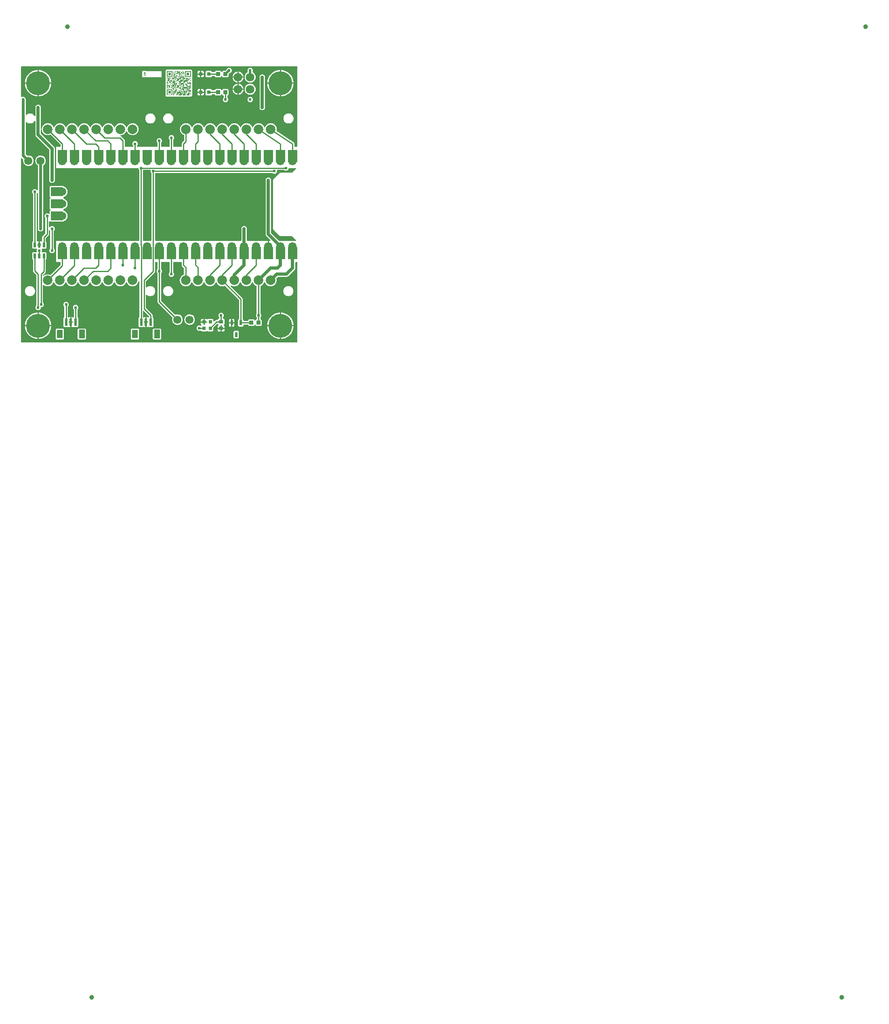
<source format=gtl>
G04 Layer: TopLayer*
G04 EasyEDA v6.5.29, 2023-07-09 12:24:00*
G04 97f15dd9b7304d05b9f7bb3fd5aabb56,5a6b42c53f6a479593ecc07194224c93,10*
G04 Gerber Generator version 0.2*
G04 Scale: 100 percent, Rotated: No, Reflected: No *
G04 Dimensions in millimeters *
G04 leading zeros omitted , absolute positions ,4 integer and 5 decimal *
%FSLAX45Y45*%
%MOMM*%

%AMMACRO1*21,1,$1,$2,0,0,$3*%
%ADD10C,0.1524*%
%ADD11C,0.6350*%
%ADD12C,0.2540*%
%ADD13C,0.5000*%
%ADD14C,0.6250*%
%ADD15R,0.8000X0.8000*%
%ADD16R,0.9000X0.8000*%
%ADD17R,1.2000X1.8000*%
%ADD18MACRO1,1.2014X1.7983X0.0000*%
%ADD19R,0.6000X1.5500*%
%ADD20MACRO1,0.864X0.8065X90.0000*%
%ADD21R,0.6000X1.0700*%
%ADD22R,0.5320X1.0720*%
%ADD23C,1.0000*%
%ADD24C,5.0000*%
%ADD25C,2.0000*%
%ADD26C,1.7000*%
%ADD27C,1.8000*%
%ADD28C,0.6096*%
%ADD29C,0.0153*%

%LPD*%
G36*
X2207768Y4127500D02*
G01*
X2203856Y4128262D01*
X2200605Y4130497D01*
X2198370Y4133748D01*
X2197608Y4137660D01*
X2197608Y4253992D01*
X2196795Y4262018D01*
X2194610Y4269232D01*
X2191054Y4275937D01*
X2185924Y4282135D01*
X2123135Y4344924D01*
X2116937Y4350054D01*
X2114346Y4351426D01*
X2111044Y4354271D01*
X2109216Y4358233D01*
X2109216Y4362551D01*
X2111044Y4366514D01*
X2114346Y4369358D01*
X2118512Y4370527D01*
X2123389Y4370832D01*
X2138324Y4373575D01*
X2152853Y4378096D01*
X2166721Y4384344D01*
X2179726Y4392218D01*
X2191664Y4401566D01*
X2202434Y4412335D01*
X2211781Y4424273D01*
X2219655Y4437278D01*
X2225954Y4451197D01*
X2228138Y4454398D01*
X2231390Y4456480D01*
X2235200Y4457192D01*
X2239010Y4456480D01*
X2242261Y4454398D01*
X2244445Y4451197D01*
X2250744Y4437278D01*
X2258618Y4424273D01*
X2267966Y4412335D01*
X2278735Y4401566D01*
X2290673Y4392218D01*
X2303678Y4384344D01*
X2317546Y4378096D01*
X2332075Y4373575D01*
X2347010Y4370832D01*
X2362200Y4369917D01*
X2377389Y4370832D01*
X2392324Y4373575D01*
X2406853Y4378096D01*
X2420721Y4384344D01*
X2433726Y4392218D01*
X2445664Y4401566D01*
X2456434Y4412335D01*
X2465781Y4424273D01*
X2473655Y4437278D01*
X2479903Y4451146D01*
X2484424Y4465675D01*
X2487168Y4480610D01*
X2488082Y4495800D01*
X2487168Y4510989D01*
X2484424Y4525924D01*
X2479903Y4540453D01*
X2473655Y4554321D01*
X2465781Y4567326D01*
X2456434Y4579264D01*
X2445664Y4590034D01*
X2433726Y4599381D01*
X2420721Y4607255D01*
X2406853Y4613503D01*
X2392324Y4618024D01*
X2377389Y4620768D01*
X2362200Y4621682D01*
X2347010Y4620768D01*
X2332075Y4618024D01*
X2317546Y4613503D01*
X2303678Y4607255D01*
X2290673Y4599381D01*
X2278735Y4590034D01*
X2267966Y4579264D01*
X2258618Y4567326D01*
X2250744Y4554321D01*
X2244445Y4540402D01*
X2242261Y4537202D01*
X2239010Y4535119D01*
X2235200Y4534408D01*
X2231390Y4535119D01*
X2228138Y4537202D01*
X2225954Y4540402D01*
X2219655Y4554321D01*
X2211781Y4567326D01*
X2202434Y4579264D01*
X2191664Y4590034D01*
X2179726Y4599381D01*
X2166721Y4607255D01*
X2152853Y4613503D01*
X2138324Y4618024D01*
X2123389Y4620768D01*
X2108200Y4621682D01*
X2093010Y4620768D01*
X2078075Y4618024D01*
X2063546Y4613503D01*
X2049678Y4607255D01*
X2036673Y4599381D01*
X2024735Y4590034D01*
X2013966Y4579264D01*
X2004618Y4567326D01*
X1996744Y4554321D01*
X1990445Y4540402D01*
X1988261Y4537202D01*
X1985010Y4535119D01*
X1981200Y4534408D01*
X1977389Y4535119D01*
X1974138Y4537202D01*
X1971954Y4540402D01*
X1965655Y4554321D01*
X1957781Y4567326D01*
X1948434Y4579264D01*
X1937664Y4590034D01*
X1925726Y4599381D01*
X1912721Y4607255D01*
X1898853Y4613503D01*
X1884324Y4618024D01*
X1869389Y4620768D01*
X1854200Y4621682D01*
X1839010Y4620768D01*
X1824075Y4618024D01*
X1809546Y4613503D01*
X1795678Y4607255D01*
X1782673Y4599381D01*
X1770735Y4590034D01*
X1759966Y4579264D01*
X1750618Y4567326D01*
X1742744Y4554321D01*
X1736445Y4540402D01*
X1734261Y4537202D01*
X1731010Y4535119D01*
X1727200Y4534408D01*
X1723389Y4535119D01*
X1720138Y4537202D01*
X1717954Y4540402D01*
X1711655Y4554321D01*
X1703781Y4567326D01*
X1694434Y4579264D01*
X1683664Y4590034D01*
X1671726Y4599381D01*
X1658721Y4607255D01*
X1644853Y4613503D01*
X1630324Y4618024D01*
X1615389Y4620768D01*
X1600200Y4621682D01*
X1585010Y4620768D01*
X1570075Y4618024D01*
X1555546Y4613503D01*
X1541678Y4607255D01*
X1528673Y4599381D01*
X1516735Y4590034D01*
X1505966Y4579264D01*
X1496618Y4567326D01*
X1488744Y4554321D01*
X1482445Y4540402D01*
X1480261Y4537202D01*
X1477010Y4535119D01*
X1473200Y4534408D01*
X1469390Y4535119D01*
X1466138Y4537202D01*
X1463954Y4540402D01*
X1457655Y4554321D01*
X1449781Y4567326D01*
X1440434Y4579264D01*
X1429664Y4590034D01*
X1417726Y4599381D01*
X1404721Y4607255D01*
X1390853Y4613503D01*
X1376324Y4618024D01*
X1361389Y4620768D01*
X1346200Y4621682D01*
X1331010Y4620768D01*
X1316075Y4618024D01*
X1301546Y4613503D01*
X1287678Y4607255D01*
X1274673Y4599381D01*
X1262735Y4590034D01*
X1251966Y4579264D01*
X1242618Y4567326D01*
X1234744Y4554321D01*
X1228445Y4540402D01*
X1226261Y4537202D01*
X1223010Y4535119D01*
X1219200Y4534408D01*
X1215390Y4535119D01*
X1212138Y4537202D01*
X1209954Y4540402D01*
X1203655Y4554321D01*
X1195781Y4567326D01*
X1186434Y4579264D01*
X1175664Y4590034D01*
X1163726Y4599381D01*
X1150721Y4607255D01*
X1136853Y4613503D01*
X1122324Y4618024D01*
X1107389Y4620768D01*
X1092200Y4621682D01*
X1077010Y4620768D01*
X1062075Y4618024D01*
X1047546Y4613503D01*
X1033678Y4607255D01*
X1020673Y4599381D01*
X1008735Y4590034D01*
X997966Y4579264D01*
X988618Y4567326D01*
X980744Y4554321D01*
X974445Y4540402D01*
X972261Y4537202D01*
X969010Y4535119D01*
X965200Y4534408D01*
X961390Y4535119D01*
X958138Y4537202D01*
X955954Y4540402D01*
X949655Y4554321D01*
X941781Y4567326D01*
X932434Y4579264D01*
X921664Y4590034D01*
X909726Y4599381D01*
X896721Y4607255D01*
X882853Y4613503D01*
X868324Y4618024D01*
X853389Y4620768D01*
X838200Y4621682D01*
X823010Y4620768D01*
X808075Y4618024D01*
X793546Y4613503D01*
X779678Y4607255D01*
X766673Y4599381D01*
X754735Y4590034D01*
X743966Y4579264D01*
X734618Y4567326D01*
X726744Y4554321D01*
X720445Y4540402D01*
X718261Y4537202D01*
X715010Y4535119D01*
X711200Y4534408D01*
X707390Y4535119D01*
X704138Y4537202D01*
X701954Y4540402D01*
X695655Y4554321D01*
X687781Y4567326D01*
X678434Y4579264D01*
X667664Y4590034D01*
X655726Y4599381D01*
X642721Y4607255D01*
X628853Y4613503D01*
X614324Y4618024D01*
X599389Y4620768D01*
X584200Y4621682D01*
X569010Y4620768D01*
X554075Y4618024D01*
X539546Y4613503D01*
X525678Y4607255D01*
X512673Y4599381D01*
X500735Y4590034D01*
X489966Y4579264D01*
X480618Y4567326D01*
X472744Y4554321D01*
X466496Y4540453D01*
X461975Y4525924D01*
X459232Y4510989D01*
X458978Y4506518D01*
X457708Y4502251D01*
X454812Y4498949D01*
X450748Y4497171D01*
X446278Y4497273D01*
X442366Y4499305D01*
X439623Y4502810D01*
X438658Y4507128D01*
X438658Y4952593D01*
X437845Y4962499D01*
X435508Y4971694D01*
X431698Y4980432D01*
X426466Y4988407D01*
X420014Y4995418D01*
X412496Y5001260D01*
X404164Y5005781D01*
X395122Y5008880D01*
X385775Y5010404D01*
X376224Y5010404D01*
X366877Y5008880D01*
X357835Y5005781D01*
X349504Y5001260D01*
X341985Y4995418D01*
X335534Y4988407D01*
X330301Y4980432D01*
X326491Y4971694D01*
X324154Y4962499D01*
X323342Y4952593D01*
X323342Y4778705D01*
X322427Y4774488D01*
X319887Y4771034D01*
X316128Y4768951D01*
X311861Y4768596D01*
X307797Y4770069D01*
X304749Y4773066D01*
X296621Y4785258D01*
X287477Y4795672D01*
X277063Y4804816D01*
X265531Y4812487D01*
X253136Y4818634D01*
X239979Y4823053D01*
X226415Y4825796D01*
X212598Y4826660D01*
X198780Y4825796D01*
X185216Y4823053D01*
X172059Y4818634D01*
X159664Y4812487D01*
X148132Y4804816D01*
X137515Y4795469D01*
X134213Y4793538D01*
X130352Y4792980D01*
X126644Y4793843D01*
X123494Y4796078D01*
X121412Y4799330D01*
X120650Y4803140D01*
X120650Y5117693D01*
X119837Y5127498D01*
X117551Y5136642D01*
X113741Y5145278D01*
X108559Y5153202D01*
X102209Y5160111D01*
X94742Y5165902D01*
X86461Y5170424D01*
X77520Y5173472D01*
X68224Y5175046D01*
X58775Y5175046D01*
X49530Y5173472D01*
X39420Y5169966D01*
X35610Y5169408D01*
X31851Y5170271D01*
X28702Y5172506D01*
X26619Y5175758D01*
X25908Y5179517D01*
X25908Y5805932D01*
X26670Y5809843D01*
X28905Y5813094D01*
X32156Y5815330D01*
X36068Y5816092D01*
X2555240Y5816092D01*
X2559151Y5815330D01*
X2562402Y5813094D01*
X2564638Y5809843D01*
X2565400Y5805932D01*
X2566162Y5809843D01*
X2568397Y5813094D01*
X2571648Y5815330D01*
X2575560Y5816092D01*
X3063240Y5816092D01*
X3067151Y5815330D01*
X3070402Y5813094D01*
X3072638Y5809843D01*
X3073400Y5805932D01*
X3074162Y5809843D01*
X3076397Y5813094D01*
X3079648Y5815330D01*
X3083560Y5816092D01*
X5805932Y5816092D01*
X5809843Y5815330D01*
X5813094Y5813094D01*
X5815330Y5809843D01*
X5816092Y5805932D01*
X5816092Y4137660D01*
X5815330Y4133748D01*
X5813094Y4130497D01*
X5809843Y4128262D01*
X5805932Y4127500D01*
X5763768Y4127500D01*
X5759856Y4128262D01*
X5756605Y4130497D01*
X5754370Y4133748D01*
X5753608Y4137660D01*
X5753608Y4190492D01*
X5752795Y4198518D01*
X5750610Y4205732D01*
X5747054Y4212437D01*
X5742279Y4218279D01*
X5736031Y4223359D01*
X5384800Y4457547D01*
X5382006Y4460290D01*
X5380482Y4463897D01*
X5380431Y4467809D01*
X5382768Y4480610D01*
X5383682Y4495800D01*
X5382768Y4510989D01*
X5380024Y4525924D01*
X5375503Y4540453D01*
X5369255Y4554321D01*
X5361381Y4567326D01*
X5352034Y4579264D01*
X5341264Y4590034D01*
X5329326Y4599381D01*
X5316321Y4607255D01*
X5302453Y4613503D01*
X5287924Y4618024D01*
X5272989Y4620768D01*
X5257800Y4621682D01*
X5242610Y4620768D01*
X5227675Y4618024D01*
X5213146Y4613503D01*
X5199278Y4607255D01*
X5186273Y4599381D01*
X5174335Y4590034D01*
X5163566Y4579264D01*
X5154218Y4567326D01*
X5146344Y4554321D01*
X5140045Y4540402D01*
X5137861Y4537202D01*
X5134610Y4535119D01*
X5130800Y4534408D01*
X5126990Y4535119D01*
X5123738Y4537202D01*
X5121554Y4540402D01*
X5115255Y4554321D01*
X5107381Y4567326D01*
X5098034Y4579264D01*
X5087264Y4590034D01*
X5075326Y4599381D01*
X5062321Y4607255D01*
X5048453Y4613503D01*
X5033924Y4618024D01*
X5018989Y4620768D01*
X5003800Y4621682D01*
X4988610Y4620768D01*
X4973675Y4618024D01*
X4959146Y4613503D01*
X4945278Y4607255D01*
X4932273Y4599381D01*
X4920335Y4590034D01*
X4909566Y4579264D01*
X4900218Y4567326D01*
X4892344Y4554321D01*
X4886045Y4540402D01*
X4883861Y4537202D01*
X4880610Y4535119D01*
X4876800Y4534408D01*
X4872990Y4535119D01*
X4869738Y4537202D01*
X4867554Y4540402D01*
X4861255Y4554321D01*
X4853381Y4567326D01*
X4844034Y4579264D01*
X4833264Y4590034D01*
X4821326Y4599381D01*
X4808321Y4607255D01*
X4794453Y4613503D01*
X4779924Y4618024D01*
X4764989Y4620768D01*
X4749800Y4621682D01*
X4734610Y4620768D01*
X4719675Y4618024D01*
X4705146Y4613503D01*
X4691278Y4607255D01*
X4678273Y4599381D01*
X4666335Y4590034D01*
X4655566Y4579264D01*
X4646218Y4567326D01*
X4638344Y4554321D01*
X4632045Y4540402D01*
X4629861Y4537202D01*
X4626610Y4535119D01*
X4622800Y4534408D01*
X4618990Y4535119D01*
X4615738Y4537202D01*
X4613554Y4540402D01*
X4607255Y4554321D01*
X4599381Y4567326D01*
X4590034Y4579264D01*
X4579264Y4590034D01*
X4567326Y4599381D01*
X4554321Y4607255D01*
X4540453Y4613503D01*
X4525924Y4618024D01*
X4510989Y4620768D01*
X4495800Y4621682D01*
X4480610Y4620768D01*
X4465675Y4618024D01*
X4451146Y4613503D01*
X4437278Y4607255D01*
X4424273Y4599381D01*
X4412335Y4590034D01*
X4401566Y4579264D01*
X4392218Y4567326D01*
X4384344Y4554321D01*
X4378045Y4540402D01*
X4375861Y4537202D01*
X4372610Y4535119D01*
X4368800Y4534408D01*
X4364990Y4535119D01*
X4361738Y4537202D01*
X4359554Y4540402D01*
X4353255Y4554321D01*
X4345381Y4567326D01*
X4336034Y4579264D01*
X4325264Y4590034D01*
X4313326Y4599381D01*
X4300321Y4607255D01*
X4286453Y4613503D01*
X4271924Y4618024D01*
X4256989Y4620768D01*
X4241800Y4621682D01*
X4226610Y4620768D01*
X4211675Y4618024D01*
X4197146Y4613503D01*
X4183278Y4607255D01*
X4170273Y4599381D01*
X4158335Y4590034D01*
X4147565Y4579264D01*
X4138218Y4567326D01*
X4130344Y4554321D01*
X4124045Y4540402D01*
X4121861Y4537202D01*
X4118610Y4535119D01*
X4114800Y4534408D01*
X4110990Y4535119D01*
X4107738Y4537202D01*
X4105554Y4540402D01*
X4099255Y4554321D01*
X4091381Y4567326D01*
X4082034Y4579264D01*
X4071264Y4590034D01*
X4059326Y4599381D01*
X4046321Y4607255D01*
X4032453Y4613503D01*
X4017924Y4618024D01*
X4002989Y4620768D01*
X3987800Y4621682D01*
X3972610Y4620768D01*
X3957675Y4618024D01*
X3943146Y4613503D01*
X3929278Y4607255D01*
X3916273Y4599381D01*
X3904335Y4590034D01*
X3893565Y4579264D01*
X3884218Y4567326D01*
X3876344Y4554321D01*
X3870045Y4540402D01*
X3867861Y4537202D01*
X3864610Y4535119D01*
X3860800Y4534408D01*
X3856990Y4535119D01*
X3853738Y4537202D01*
X3851554Y4540402D01*
X3845255Y4554321D01*
X3837381Y4567326D01*
X3828034Y4579264D01*
X3817264Y4590034D01*
X3805326Y4599381D01*
X3792321Y4607255D01*
X3778453Y4613503D01*
X3763924Y4618024D01*
X3748989Y4620768D01*
X3733800Y4621682D01*
X3718610Y4620768D01*
X3703675Y4618024D01*
X3689146Y4613503D01*
X3675278Y4607255D01*
X3662273Y4599381D01*
X3650335Y4590034D01*
X3639565Y4579264D01*
X3630218Y4567326D01*
X3622344Y4554321D01*
X3616045Y4540402D01*
X3613861Y4537202D01*
X3610610Y4535119D01*
X3606800Y4534408D01*
X3602990Y4535119D01*
X3599738Y4537202D01*
X3597554Y4540402D01*
X3591255Y4554321D01*
X3583381Y4567326D01*
X3574034Y4579264D01*
X3563264Y4590034D01*
X3551326Y4599381D01*
X3538321Y4607255D01*
X3524453Y4613503D01*
X3509924Y4618024D01*
X3494989Y4620768D01*
X3479800Y4621682D01*
X3464610Y4620768D01*
X3449675Y4618024D01*
X3435146Y4613503D01*
X3421278Y4607255D01*
X3408273Y4599381D01*
X3396335Y4590034D01*
X3385565Y4579264D01*
X3376218Y4567326D01*
X3368344Y4554321D01*
X3362096Y4540453D01*
X3357575Y4525924D01*
X3354832Y4510989D01*
X3353917Y4495800D01*
X3354832Y4480610D01*
X3357575Y4465675D01*
X3362096Y4451146D01*
X3368344Y4437278D01*
X3376218Y4424273D01*
X3385565Y4412335D01*
X3396335Y4401566D01*
X3408273Y4392218D01*
X3421278Y4384344D01*
X3435197Y4378096D01*
X3438347Y4375861D01*
X3440480Y4372610D01*
X3441192Y4368800D01*
X3441192Y4262018D01*
X3440429Y4258106D01*
X3438194Y4254804D01*
X3402076Y4218635D01*
X3396945Y4212437D01*
X3393389Y4205732D01*
X3391204Y4198518D01*
X3390392Y4190492D01*
X3390392Y4137660D01*
X3389629Y4133748D01*
X3387394Y4130497D01*
X3384143Y4128262D01*
X3380232Y4127500D01*
X3223768Y4127500D01*
X3219856Y4128262D01*
X3216605Y4130497D01*
X3214370Y4133748D01*
X3213608Y4137660D01*
X3213608Y4272991D01*
X3214370Y4276902D01*
X3216605Y4280204D01*
X3218180Y4281779D01*
X3223818Y4289806D01*
X3227933Y4298746D01*
X3230473Y4308195D01*
X3231337Y4318000D01*
X3230473Y4327804D01*
X3227933Y4337253D01*
X3223818Y4346194D01*
X3218180Y4354220D01*
X3211220Y4361180D01*
X3203194Y4366818D01*
X3194253Y4370933D01*
X3184804Y4373473D01*
X3175000Y4374337D01*
X3165195Y4373473D01*
X3155746Y4370933D01*
X3146806Y4366818D01*
X3138779Y4361180D01*
X3131820Y4354220D01*
X3126181Y4346194D01*
X3122066Y4337253D01*
X3119526Y4327804D01*
X3118662Y4318000D01*
X3119526Y4308195D01*
X3122066Y4298746D01*
X3126181Y4289806D01*
X3131820Y4281779D01*
X3133394Y4280204D01*
X3135630Y4276902D01*
X3136392Y4272991D01*
X3136392Y4137660D01*
X3135630Y4133748D01*
X3133394Y4130497D01*
X3130143Y4128262D01*
X3126232Y4127500D01*
X2969768Y4127500D01*
X2965856Y4128262D01*
X2962605Y4130497D01*
X2960370Y4133748D01*
X2959608Y4137660D01*
X2959608Y4209491D01*
X2960370Y4213402D01*
X2962605Y4216704D01*
X2964180Y4218279D01*
X2969818Y4226306D01*
X2973933Y4235246D01*
X2976473Y4244695D01*
X2977337Y4254500D01*
X2976473Y4264304D01*
X2973933Y4273753D01*
X2969818Y4282694D01*
X2964180Y4290720D01*
X2957220Y4297680D01*
X2949194Y4303318D01*
X2940253Y4307433D01*
X2930804Y4309973D01*
X2921000Y4310837D01*
X2911195Y4309973D01*
X2901746Y4307433D01*
X2892806Y4303318D01*
X2884779Y4297680D01*
X2877820Y4290720D01*
X2872181Y4282694D01*
X2868066Y4273753D01*
X2865526Y4264304D01*
X2864662Y4254500D01*
X2865526Y4244695D01*
X2868066Y4235246D01*
X2872181Y4226306D01*
X2877820Y4218279D01*
X2879394Y4216704D01*
X2881630Y4213402D01*
X2882392Y4209491D01*
X2882392Y4137660D01*
X2881630Y4133748D01*
X2879394Y4130497D01*
X2876143Y4128262D01*
X2872232Y4127500D01*
X2461768Y4127500D01*
X2457856Y4128262D01*
X2454605Y4130497D01*
X2452370Y4133748D01*
X2451608Y4137660D01*
X2451608Y4145991D01*
X2452370Y4149902D01*
X2454605Y4153204D01*
X2456180Y4154779D01*
X2461818Y4162806D01*
X2465933Y4171746D01*
X2468473Y4181195D01*
X2469337Y4191000D01*
X2468473Y4200804D01*
X2465933Y4210253D01*
X2461818Y4219194D01*
X2456180Y4227220D01*
X2449220Y4234180D01*
X2441194Y4239818D01*
X2432253Y4243933D01*
X2422804Y4246473D01*
X2413000Y4247337D01*
X2403195Y4246473D01*
X2393746Y4243933D01*
X2384806Y4239818D01*
X2376779Y4234180D01*
X2369820Y4227220D01*
X2364181Y4219194D01*
X2360066Y4210253D01*
X2357526Y4200804D01*
X2356662Y4191000D01*
X2357526Y4181195D01*
X2360066Y4171746D01*
X2364181Y4162806D01*
X2369820Y4154779D01*
X2371394Y4153204D01*
X2373630Y4149902D01*
X2374392Y4145991D01*
X2374392Y4137660D01*
X2373630Y4133748D01*
X2371394Y4130497D01*
X2368143Y4128262D01*
X2364232Y4127500D01*
G37*

%LPC*%
G36*
X3108198Y4614926D02*
G01*
X3122015Y4615789D01*
X3135579Y4618532D01*
X3148736Y4622952D01*
X3161131Y4629099D01*
X3172663Y4636770D01*
X3183077Y4645914D01*
X3192221Y4656328D01*
X3199892Y4667859D01*
X3206038Y4680254D01*
X3210458Y4693412D01*
X3213201Y4706975D01*
X3214065Y4720793D01*
X3213201Y4734610D01*
X3210458Y4748174D01*
X3206038Y4761331D01*
X3199892Y4773726D01*
X3192221Y4785258D01*
X3183077Y4795672D01*
X3172663Y4804816D01*
X3161131Y4812487D01*
X3148736Y4818634D01*
X3135579Y4823053D01*
X3122015Y4825796D01*
X3108198Y4826660D01*
X3094380Y4825796D01*
X3080816Y4823053D01*
X3067659Y4818634D01*
X3055264Y4812487D01*
X3043732Y4804816D01*
X3033318Y4795672D01*
X3024174Y4785258D01*
X3016504Y4773726D01*
X3010357Y4761331D01*
X3005937Y4748174D01*
X3003194Y4734610D01*
X3002330Y4720793D01*
X3003194Y4706975D01*
X3005937Y4693412D01*
X3010357Y4680254D01*
X3016504Y4667859D01*
X3024174Y4656328D01*
X3033318Y4645914D01*
X3043732Y4636770D01*
X3055264Y4629099D01*
X3067659Y4622952D01*
X3080816Y4618532D01*
X3094380Y4615789D01*
G37*
G36*
X3722522Y5664200D02*
G01*
X3775710Y5664200D01*
X3775710Y5717387D01*
X3748989Y5717387D01*
X3742639Y5716676D01*
X3737203Y5714796D01*
X3732276Y5711698D01*
X3728212Y5707634D01*
X3725113Y5702706D01*
X3723233Y5697270D01*
X3722522Y5690920D01*
G37*
G36*
X5629402Y4614926D02*
G01*
X5643219Y4615789D01*
X5656783Y4618532D01*
X5669940Y4622952D01*
X5682335Y4629099D01*
X5693867Y4636770D01*
X5704281Y4645914D01*
X5713425Y4656328D01*
X5721096Y4667859D01*
X5727242Y4680254D01*
X5731662Y4693412D01*
X5734405Y4706975D01*
X5735269Y4720793D01*
X5734405Y4734610D01*
X5731662Y4748174D01*
X5727242Y4761331D01*
X5721096Y4773726D01*
X5713425Y4785258D01*
X5704281Y4795672D01*
X5693867Y4804816D01*
X5682335Y4812487D01*
X5669940Y4818634D01*
X5656783Y4823053D01*
X5643219Y4825796D01*
X5629402Y4826660D01*
X5615584Y4825796D01*
X5602020Y4823053D01*
X5588863Y4818634D01*
X5576468Y4812487D01*
X5564936Y4804816D01*
X5554522Y4795672D01*
X5545378Y4785258D01*
X5537708Y4773726D01*
X5531561Y4761331D01*
X5527141Y4748174D01*
X5524398Y4734610D01*
X5523534Y4720793D01*
X5524398Y4706975D01*
X5527141Y4693412D01*
X5531561Y4680254D01*
X5537708Y4667859D01*
X5545378Y4656328D01*
X5554522Y4645914D01*
X5564936Y4636770D01*
X5576468Y4629099D01*
X5588863Y4622952D01*
X5602020Y4618532D01*
X5615584Y4615789D01*
G37*
G36*
X5075224Y4895596D02*
G01*
X5084775Y4895596D01*
X5094122Y4897120D01*
X5103164Y4900218D01*
X5111496Y4904740D01*
X5119014Y4910582D01*
X5125466Y4917592D01*
X5130698Y4925568D01*
X5134508Y4934305D01*
X5136845Y4943500D01*
X5137658Y4953406D01*
X5137658Y5587593D01*
X5136845Y5597499D01*
X5134508Y5606694D01*
X5130698Y5615432D01*
X5125466Y5623407D01*
X5119014Y5630418D01*
X5111496Y5636260D01*
X5103164Y5640781D01*
X5094122Y5643880D01*
X5084775Y5645404D01*
X5075224Y5645404D01*
X5065877Y5643880D01*
X5056835Y5640781D01*
X5048504Y5636260D01*
X5040985Y5630418D01*
X5034534Y5623407D01*
X5029301Y5615432D01*
X5025491Y5606694D01*
X5023154Y5597499D01*
X5022342Y5587593D01*
X5022342Y4953406D01*
X5023154Y4943500D01*
X5025491Y4934305D01*
X5029301Y4925568D01*
X5034534Y4917592D01*
X5040985Y4910582D01*
X5048504Y4904740D01*
X5056835Y4900218D01*
X5065877Y4897120D01*
G37*
G36*
X4826000Y5061762D02*
G01*
X4835804Y5062626D01*
X4845253Y5065166D01*
X4854194Y5069281D01*
X4862220Y5074920D01*
X4869180Y5081879D01*
X4874818Y5089906D01*
X4878933Y5098846D01*
X4881473Y5108295D01*
X4882337Y5118100D01*
X4881473Y5127904D01*
X4878933Y5137353D01*
X4874818Y5146294D01*
X4869180Y5154320D01*
X4862220Y5161280D01*
X4854194Y5166918D01*
X4845253Y5171033D01*
X4835804Y5173573D01*
X4826000Y5174437D01*
X4816195Y5173573D01*
X4806746Y5171033D01*
X4797806Y5166918D01*
X4789779Y5161280D01*
X4782820Y5154320D01*
X4777181Y5146294D01*
X4773066Y5137353D01*
X4770526Y5127904D01*
X4769662Y5118100D01*
X4770526Y5108295D01*
X4773066Y5098846D01*
X4777181Y5089906D01*
X4782820Y5081879D01*
X4789779Y5074920D01*
X4797806Y5069281D01*
X4806746Y5065166D01*
X4816195Y5062626D01*
G37*
G36*
X4309110Y5061762D02*
G01*
X4318863Y5062626D01*
X4328363Y5065166D01*
X4337253Y5069281D01*
X4345330Y5074920D01*
X4352290Y5081879D01*
X4357878Y5089906D01*
X4362043Y5098846D01*
X4364583Y5108295D01*
X4365447Y5118100D01*
X4364583Y5127904D01*
X4362043Y5137353D01*
X4357878Y5146294D01*
X4349242Y5158435D01*
X4348429Y5162296D01*
X4348226Y5194046D01*
X4349038Y5198110D01*
X4351477Y5201513D01*
X4355947Y5204002D01*
X4360875Y5207101D01*
X4364939Y5211165D01*
X4368038Y5216093D01*
X4369968Y5221528D01*
X4370679Y5227878D01*
X4370679Y5313121D01*
X4369968Y5319471D01*
X4368038Y5324906D01*
X4364939Y5329834D01*
X4360875Y5333898D01*
X4355947Y5336997D01*
X4350512Y5338876D01*
X4344162Y5339588D01*
X4264660Y5339588D01*
X4258360Y5338876D01*
X4252874Y5336997D01*
X4247997Y5333898D01*
X4243882Y5329834D01*
X4240834Y5324906D01*
X4238701Y5318861D01*
X4236567Y5315305D01*
X4233164Y5312867D01*
X4229100Y5312054D01*
X4225036Y5312867D01*
X4221632Y5315305D01*
X4219498Y5318861D01*
X4217365Y5324906D01*
X4214317Y5329834D01*
X4210202Y5333898D01*
X4205325Y5336997D01*
X4199839Y5338876D01*
X4193540Y5339588D01*
X4114037Y5339588D01*
X4107687Y5338876D01*
X4102252Y5336997D01*
X4097324Y5333898D01*
X4093260Y5329834D01*
X4090162Y5324906D01*
X4088231Y5319471D01*
X4087063Y5314594D01*
X4084777Y5311698D01*
X4081627Y5309768D01*
X4078020Y5309108D01*
X4033469Y5309108D01*
X4029456Y5309971D01*
X4026052Y5312359D01*
X4023918Y5315915D01*
X4021886Y5321706D01*
X4018787Y5326634D01*
X4014724Y5330698D01*
X4009796Y5333796D01*
X4004360Y5335676D01*
X3998010Y5336387D01*
X3919169Y5336387D01*
X3912819Y5335676D01*
X3907383Y5333796D01*
X3902456Y5330698D01*
X3898392Y5326634D01*
X3895293Y5321706D01*
X3893413Y5316270D01*
X3892702Y5309920D01*
X3892702Y5231079D01*
X3893413Y5224729D01*
X3895293Y5219293D01*
X3898392Y5214366D01*
X3902456Y5210302D01*
X3907383Y5207203D01*
X3912819Y5205323D01*
X3919169Y5204612D01*
X3998010Y5204612D01*
X4004360Y5205323D01*
X4009796Y5207203D01*
X4014724Y5210302D01*
X4018787Y5214366D01*
X4021886Y5219293D01*
X4023918Y5225084D01*
X4026052Y5228640D01*
X4029456Y5231028D01*
X4033469Y5231892D01*
X4078020Y5231892D01*
X4081627Y5231231D01*
X4084777Y5229301D01*
X4087063Y5226405D01*
X4088231Y5221528D01*
X4090162Y5216093D01*
X4093260Y5211165D01*
X4097324Y5207101D01*
X4102252Y5204002D01*
X4107687Y5202123D01*
X4114037Y5201412D01*
X4193540Y5201412D01*
X4199839Y5202123D01*
X4205325Y5204002D01*
X4210202Y5207101D01*
X4214317Y5211165D01*
X4217365Y5216093D01*
X4219498Y5222138D01*
X4221632Y5225694D01*
X4225036Y5228132D01*
X4229100Y5228945D01*
X4233164Y5228132D01*
X4236567Y5225694D01*
X4238701Y5222138D01*
X4240834Y5216093D01*
X4243882Y5211165D01*
X4247997Y5207101D01*
X4252874Y5204002D01*
X4258360Y5202123D01*
X4262018Y5201716D01*
X4265523Y5200650D01*
X4268419Y5198414D01*
X4270349Y5195265D01*
X4271010Y5191658D01*
X4271213Y5163870D01*
X4270451Y5159959D01*
X4268216Y5156606D01*
X4265930Y5154320D01*
X4260291Y5146294D01*
X4256125Y5137353D01*
X4253585Y5127904D01*
X4252772Y5118100D01*
X4253585Y5108295D01*
X4256125Y5098846D01*
X4260291Y5089906D01*
X4265930Y5081879D01*
X4272889Y5074920D01*
X4280916Y5069281D01*
X4289806Y5065166D01*
X4299305Y5062626D01*
G37*
G36*
X3076905Y5181092D02*
G01*
X3583787Y5181092D01*
X3590086Y5181803D01*
X3595573Y5183682D01*
X3600450Y5186781D01*
X3604564Y5190896D01*
X3607612Y5195773D01*
X3609543Y5201208D01*
X3610254Y5207558D01*
X3610254Y5714441D01*
X3609543Y5720740D01*
X3607612Y5726226D01*
X3604564Y5731103D01*
X3600450Y5735218D01*
X3595573Y5738266D01*
X3590086Y5740196D01*
X3583787Y5740908D01*
X3083560Y5740908D01*
X3079648Y5741670D01*
X3076397Y5743854D01*
X3074162Y5747156D01*
X3073400Y5751068D01*
X3073400Y5748375D01*
X3072536Y5744311D01*
X3070148Y5740908D01*
X3066592Y5738774D01*
X3065119Y5738266D01*
X3060242Y5735218D01*
X3056128Y5731103D01*
X3053080Y5726226D01*
X3051149Y5720740D01*
X3050438Y5714441D01*
X3050438Y5207558D01*
X3051149Y5201208D01*
X3053080Y5195773D01*
X3056128Y5190896D01*
X3060242Y5186781D01*
X3065119Y5183682D01*
X3070606Y5181803D01*
G37*
G36*
X5473700Y5185562D02*
G01*
X5478322Y5185664D01*
X5501284Y5188051D01*
X5523992Y5192369D01*
X5546242Y5198618D01*
X5567934Y5206644D01*
X5588812Y5216499D01*
X5608828Y5228031D01*
X5627827Y5241239D01*
X5645607Y5255971D01*
X5662117Y5272125D01*
X5677204Y5289600D01*
X5690819Y5308295D01*
X5702757Y5328107D01*
X5713018Y5348782D01*
X5721553Y5370271D01*
X5728208Y5392369D01*
X5733034Y5414975D01*
X5735929Y5437936D01*
X5736336Y5448300D01*
X5473700Y5448300D01*
G37*
G36*
X393700Y5185562D02*
G01*
X398322Y5185664D01*
X421284Y5188051D01*
X443992Y5192369D01*
X466242Y5198618D01*
X487934Y5206644D01*
X508812Y5216499D01*
X528828Y5228031D01*
X547827Y5241239D01*
X565607Y5255971D01*
X582117Y5272125D01*
X597204Y5289600D01*
X610819Y5308295D01*
X622757Y5328107D01*
X633018Y5348782D01*
X641553Y5370271D01*
X648208Y5392369D01*
X653034Y5414975D01*
X655929Y5437936D01*
X656336Y5448300D01*
X393700Y5448300D01*
G37*
G36*
X5448300Y5185613D02*
G01*
X5448300Y5448300D01*
X5185410Y5448300D01*
X5187289Y5426405D01*
X5191150Y5403646D01*
X5196890Y5381244D01*
X5204460Y5359450D01*
X5213858Y5338318D01*
X5224983Y5318099D01*
X5237784Y5298846D01*
X5252161Y5280710D01*
X5267960Y5263896D01*
X5285130Y5248402D01*
X5303520Y5234432D01*
X5323027Y5222087D01*
X5343499Y5211368D01*
X5364835Y5202428D01*
X5386781Y5195265D01*
X5409285Y5189982D01*
X5432145Y5186629D01*
G37*
G36*
X368300Y5185613D02*
G01*
X368300Y5448300D01*
X105410Y5448300D01*
X107289Y5426405D01*
X111150Y5403646D01*
X116890Y5381244D01*
X124460Y5359450D01*
X133858Y5338318D01*
X144983Y5318099D01*
X157784Y5298846D01*
X172161Y5280710D01*
X187960Y5263896D01*
X205130Y5248402D01*
X223520Y5234432D01*
X243027Y5222087D01*
X263499Y5211368D01*
X284835Y5202428D01*
X306781Y5195265D01*
X329285Y5189982D01*
X352145Y5186629D01*
G37*
G36*
X3801110Y5204612D02*
G01*
X3827830Y5204612D01*
X3834180Y5205323D01*
X3839616Y5207203D01*
X3844544Y5210302D01*
X3848608Y5214366D01*
X3851706Y5219293D01*
X3853586Y5224729D01*
X3854297Y5231079D01*
X3854297Y5257800D01*
X3801110Y5257800D01*
G37*
G36*
X3748989Y5204612D02*
G01*
X3775710Y5204612D01*
X3775710Y5257800D01*
X3722522Y5257800D01*
X3722522Y5231079D01*
X3723233Y5224729D01*
X3725113Y5219293D01*
X3728212Y5214366D01*
X3732276Y5210302D01*
X3737203Y5207203D01*
X3742639Y5205323D01*
G37*
G36*
X4818735Y5218328D02*
G01*
X4833264Y5218328D01*
X4847691Y5220157D01*
X4861814Y5223764D01*
X4875326Y5229148D01*
X4888077Y5236159D01*
X4899863Y5244693D01*
X4910480Y5254650D01*
X4919776Y5265877D01*
X4927549Y5278170D01*
X4933746Y5291328D01*
X4938268Y5305196D01*
X4940960Y5319471D01*
X4941874Y5334000D01*
X4940960Y5348528D01*
X4938268Y5362803D01*
X4933746Y5376672D01*
X4927549Y5389829D01*
X4919776Y5402122D01*
X4910480Y5413349D01*
X4899863Y5423306D01*
X4888077Y5431840D01*
X4875326Y5438851D01*
X4861814Y5444236D01*
X4847691Y5447842D01*
X4833264Y5449671D01*
X4818735Y5449671D01*
X4804308Y5447842D01*
X4790186Y5444236D01*
X4776673Y5438851D01*
X4763922Y5431840D01*
X4752136Y5423306D01*
X4741519Y5413349D01*
X4732223Y5402122D01*
X4724450Y5389829D01*
X4718253Y5376672D01*
X4713732Y5362803D01*
X4711039Y5348528D01*
X4710125Y5334000D01*
X4711039Y5319471D01*
X4713732Y5305196D01*
X4718253Y5291328D01*
X4724450Y5278170D01*
X4732223Y5265877D01*
X4741519Y5254650D01*
X4752136Y5244693D01*
X4763922Y5236159D01*
X4776673Y5229148D01*
X4790186Y5223764D01*
X4804308Y5220157D01*
G37*
G36*
X4584700Y5219039D02*
G01*
X4593691Y5220157D01*
X4607814Y5223764D01*
X4621326Y5229148D01*
X4634077Y5236159D01*
X4645863Y5244693D01*
X4656480Y5254650D01*
X4665776Y5265877D01*
X4673549Y5278170D01*
X4679746Y5291328D01*
X4684268Y5305196D01*
X4686960Y5319471D01*
X4687112Y5321300D01*
X4584700Y5321300D01*
G37*
G36*
X4559300Y5219039D02*
G01*
X4559300Y5321300D01*
X4456887Y5321300D01*
X4457039Y5319471D01*
X4459732Y5305196D01*
X4464253Y5291328D01*
X4470450Y5278170D01*
X4478223Y5265877D01*
X4487519Y5254650D01*
X4498136Y5244693D01*
X4509922Y5236159D01*
X4522673Y5229148D01*
X4536186Y5223764D01*
X4550308Y5220157D01*
G37*
G36*
X3722522Y5283200D02*
G01*
X3775710Y5283200D01*
X3775710Y5336387D01*
X3748989Y5336387D01*
X3742639Y5335676D01*
X3737203Y5333796D01*
X3732276Y5330698D01*
X3728212Y5326634D01*
X3725113Y5321706D01*
X3723233Y5316270D01*
X3722522Y5309920D01*
G37*
G36*
X3801110Y5283200D02*
G01*
X3854297Y5283200D01*
X3854297Y5309920D01*
X3853586Y5316270D01*
X3851706Y5321706D01*
X3848608Y5326634D01*
X3844544Y5330698D01*
X3839616Y5333796D01*
X3834180Y5335676D01*
X3827830Y5336387D01*
X3801110Y5336387D01*
G37*
G36*
X4456887Y5346700D02*
G01*
X4559300Y5346700D01*
X4559300Y5448960D01*
X4550308Y5447842D01*
X4536186Y5444236D01*
X4522673Y5438851D01*
X4509922Y5431840D01*
X4498136Y5423306D01*
X4487519Y5413349D01*
X4478223Y5402122D01*
X4470450Y5389829D01*
X4464253Y5376672D01*
X4459732Y5362803D01*
X4457039Y5348528D01*
G37*
G36*
X4584700Y5346700D02*
G01*
X4687112Y5346700D01*
X4686960Y5348528D01*
X4684268Y5362803D01*
X4679746Y5376672D01*
X4673549Y5389829D01*
X4665776Y5402122D01*
X4656480Y5413349D01*
X4645863Y5423306D01*
X4634077Y5431840D01*
X4621326Y5438851D01*
X4607814Y5444236D01*
X4593691Y5447842D01*
X4584700Y5448960D01*
G37*
G36*
X4818735Y5472328D02*
G01*
X4833264Y5472328D01*
X4847691Y5474157D01*
X4861814Y5477764D01*
X4875326Y5483148D01*
X4888077Y5490159D01*
X4899863Y5498693D01*
X4910480Y5508650D01*
X4919776Y5519877D01*
X4927549Y5532170D01*
X4933746Y5545328D01*
X4938268Y5559196D01*
X4940960Y5573471D01*
X4941874Y5588000D01*
X4940960Y5602528D01*
X4938268Y5616803D01*
X4933746Y5630672D01*
X4927549Y5643829D01*
X4919776Y5656122D01*
X4910480Y5667349D01*
X4899863Y5677306D01*
X4888077Y5685840D01*
X4882184Y5689092D01*
X4879390Y5691378D01*
X4877562Y5694476D01*
X4876901Y5697982D01*
X4876901Y5701792D01*
X4877866Y5706110D01*
X4878933Y5708446D01*
X4881473Y5717895D01*
X4882337Y5727700D01*
X4881473Y5737504D01*
X4878933Y5746953D01*
X4874818Y5755894D01*
X4869180Y5763920D01*
X4862220Y5770880D01*
X4854194Y5776518D01*
X4845253Y5780633D01*
X4835804Y5783173D01*
X4826000Y5784037D01*
X4816195Y5783173D01*
X4806746Y5780633D01*
X4797806Y5776518D01*
X4789779Y5770880D01*
X4782820Y5763920D01*
X4777181Y5755894D01*
X4773066Y5746953D01*
X4770526Y5737504D01*
X4769662Y5727700D01*
X4770526Y5717895D01*
X4773066Y5708446D01*
X4774133Y5706110D01*
X4775098Y5701792D01*
X4775098Y5697982D01*
X4774438Y5694476D01*
X4772609Y5691378D01*
X4769815Y5689092D01*
X4763922Y5685840D01*
X4752136Y5677306D01*
X4741519Y5667349D01*
X4732223Y5656122D01*
X4724450Y5643829D01*
X4718253Y5630672D01*
X4713732Y5616803D01*
X4711039Y5602528D01*
X4710125Y5588000D01*
X4711039Y5573471D01*
X4713732Y5559196D01*
X4718253Y5545328D01*
X4724450Y5532170D01*
X4732223Y5519877D01*
X4741519Y5508650D01*
X4752136Y5498693D01*
X4763922Y5490159D01*
X4776673Y5483148D01*
X4790186Y5477764D01*
X4804308Y5474157D01*
G37*
G36*
X4584700Y5473039D02*
G01*
X4593691Y5474157D01*
X4607814Y5477764D01*
X4621326Y5483148D01*
X4634077Y5490159D01*
X4645863Y5498693D01*
X4656480Y5508650D01*
X4665776Y5519877D01*
X4673549Y5532170D01*
X4679746Y5545328D01*
X4684268Y5559196D01*
X4686960Y5573471D01*
X4687112Y5575300D01*
X4584700Y5575300D01*
G37*
G36*
X4559300Y5473039D02*
G01*
X4559300Y5575300D01*
X4456887Y5575300D01*
X4457039Y5573471D01*
X4459732Y5559196D01*
X4464253Y5545328D01*
X4470450Y5532170D01*
X4478223Y5519877D01*
X4487519Y5508650D01*
X4498136Y5498693D01*
X4509922Y5490159D01*
X4522673Y5483148D01*
X4536186Y5477764D01*
X4550308Y5474157D01*
G37*
G36*
X393700Y5473700D02*
G01*
X656336Y5473700D01*
X655929Y5484063D01*
X653034Y5507024D01*
X648208Y5529630D01*
X641553Y5551728D01*
X633018Y5573217D01*
X622757Y5593892D01*
X610819Y5613704D01*
X597204Y5632348D01*
X582117Y5649874D01*
X565607Y5666028D01*
X547827Y5680760D01*
X528828Y5693968D01*
X508812Y5705500D01*
X487934Y5715355D01*
X466242Y5723382D01*
X443992Y5729630D01*
X421284Y5733948D01*
X398322Y5736336D01*
X393700Y5736437D01*
G37*
G36*
X5473700Y5473700D02*
G01*
X5736336Y5473700D01*
X5735929Y5484063D01*
X5733034Y5507024D01*
X5728208Y5529630D01*
X5721553Y5551728D01*
X5713018Y5573217D01*
X5702757Y5593892D01*
X5690819Y5613704D01*
X5677204Y5632348D01*
X5662117Y5649874D01*
X5645607Y5666028D01*
X5627827Y5680760D01*
X5608828Y5693968D01*
X5588812Y5705500D01*
X5567934Y5715355D01*
X5546242Y5723382D01*
X5523992Y5729630D01*
X5501284Y5733948D01*
X5478322Y5736336D01*
X5473700Y5736437D01*
G37*
G36*
X5185410Y5473700D02*
G01*
X5448300Y5473700D01*
X5448300Y5736386D01*
X5432145Y5735370D01*
X5409285Y5732018D01*
X5386781Y5726734D01*
X5364835Y5719572D01*
X5343499Y5710631D01*
X5323027Y5699912D01*
X5303520Y5687568D01*
X5285130Y5673598D01*
X5267960Y5658104D01*
X5252161Y5641289D01*
X5237784Y5623153D01*
X5224983Y5603900D01*
X5213858Y5583682D01*
X5204460Y5562549D01*
X5196890Y5540756D01*
X5191150Y5518353D01*
X5187289Y5495594D01*
G37*
G36*
X105410Y5473700D02*
G01*
X368300Y5473700D01*
X368300Y5736386D01*
X352145Y5735370D01*
X329285Y5732018D01*
X306781Y5726734D01*
X284835Y5719572D01*
X263499Y5710631D01*
X243027Y5699912D01*
X223520Y5687568D01*
X205130Y5673598D01*
X187960Y5658104D01*
X172161Y5641289D01*
X157784Y5623153D01*
X144983Y5603900D01*
X133858Y5583682D01*
X124460Y5562549D01*
X116890Y5540756D01*
X111150Y5518353D01*
X107289Y5495594D01*
G37*
G36*
X4114037Y5582412D02*
G01*
X4193540Y5582412D01*
X4199839Y5583123D01*
X4205325Y5585002D01*
X4210202Y5588101D01*
X4214317Y5592165D01*
X4217365Y5597093D01*
X4219498Y5603138D01*
X4221632Y5606694D01*
X4225036Y5609132D01*
X4229100Y5609945D01*
X4233164Y5609132D01*
X4236567Y5606694D01*
X4238701Y5603138D01*
X4240834Y5597093D01*
X4243882Y5592165D01*
X4247997Y5588101D01*
X4252874Y5585002D01*
X4258360Y5583123D01*
X4264660Y5582412D01*
X4344162Y5582412D01*
X4350512Y5583123D01*
X4355947Y5585002D01*
X4360875Y5588101D01*
X4364939Y5592165D01*
X4368038Y5597093D01*
X4369968Y5602528D01*
X4370679Y5608878D01*
X4370679Y5636869D01*
X4371441Y5640730D01*
X4373626Y5644032D01*
X4402886Y5673293D01*
X4405782Y5675325D01*
X4413504Y5678881D01*
X4421530Y5684520D01*
X4428490Y5691479D01*
X4434128Y5699506D01*
X4438243Y5708446D01*
X4440783Y5717895D01*
X4441647Y5727700D01*
X4440783Y5737504D01*
X4438243Y5746953D01*
X4434128Y5755894D01*
X4428490Y5763920D01*
X4421530Y5770880D01*
X4413504Y5776518D01*
X4404563Y5780633D01*
X4395114Y5783173D01*
X4385310Y5784037D01*
X4375505Y5783173D01*
X4366056Y5780633D01*
X4357116Y5776518D01*
X4349089Y5770880D01*
X4342130Y5763920D01*
X4336491Y5755894D01*
X4332935Y5748172D01*
X4330903Y5745276D01*
X4309211Y5723585D01*
X4305909Y5721400D01*
X4301998Y5720588D01*
X4264660Y5720588D01*
X4258360Y5719876D01*
X4252874Y5717997D01*
X4247997Y5714898D01*
X4243882Y5710834D01*
X4240834Y5705906D01*
X4238701Y5699861D01*
X4236567Y5696305D01*
X4233164Y5693867D01*
X4229100Y5693054D01*
X4225036Y5693867D01*
X4221632Y5696305D01*
X4219498Y5699861D01*
X4217365Y5705906D01*
X4214317Y5710834D01*
X4210202Y5714898D01*
X4205325Y5717997D01*
X4199839Y5719876D01*
X4193540Y5720588D01*
X4114037Y5720588D01*
X4107687Y5719876D01*
X4102252Y5717997D01*
X4097324Y5714898D01*
X4093260Y5710834D01*
X4090162Y5705906D01*
X4088231Y5700471D01*
X4087063Y5695594D01*
X4084777Y5692698D01*
X4081627Y5690768D01*
X4078020Y5690108D01*
X4033469Y5690108D01*
X4029456Y5690971D01*
X4026052Y5693359D01*
X4023918Y5696915D01*
X4021886Y5702706D01*
X4018787Y5707634D01*
X4014724Y5711698D01*
X4009796Y5714796D01*
X4004360Y5716676D01*
X3998010Y5717387D01*
X3919169Y5717387D01*
X3912819Y5716676D01*
X3907383Y5714796D01*
X3902456Y5711698D01*
X3898392Y5707634D01*
X3895293Y5702706D01*
X3893413Y5697270D01*
X3892702Y5690920D01*
X3892702Y5612079D01*
X3893413Y5605729D01*
X3895293Y5600293D01*
X3898392Y5595366D01*
X3902456Y5591302D01*
X3907383Y5588203D01*
X3912819Y5586323D01*
X3919169Y5585612D01*
X3998010Y5585612D01*
X4004360Y5586323D01*
X4009796Y5588203D01*
X4014724Y5591302D01*
X4018787Y5595366D01*
X4021886Y5600293D01*
X4023918Y5606084D01*
X4026052Y5609640D01*
X4029456Y5612028D01*
X4033469Y5612892D01*
X4078020Y5612892D01*
X4081627Y5612231D01*
X4084777Y5610301D01*
X4087063Y5607405D01*
X4088231Y5602528D01*
X4090162Y5597093D01*
X4093260Y5592165D01*
X4097324Y5588101D01*
X4102252Y5585002D01*
X4107687Y5583123D01*
G37*
G36*
X2596438Y5583682D02*
G01*
X2626563Y5583682D01*
X2632862Y5584393D01*
X2641142Y5587593D01*
X2643936Y5588000D01*
X2970784Y5588000D01*
X2971800Y5589016D01*
X2971800Y5713984D01*
X2970784Y5715000D01*
X2639822Y5715000D01*
X2636469Y5715558D01*
X2632862Y5716828D01*
X2626563Y5717540D01*
X2596438Y5717540D01*
X2590139Y5716828D01*
X2586532Y5715558D01*
X2583180Y5715000D01*
X2575560Y5715000D01*
X2571648Y5715762D01*
X2568397Y5717997D01*
X2566162Y5721248D01*
X2565400Y5725160D01*
X2565400Y5589016D01*
X2566416Y5588000D01*
X2579065Y5588000D01*
X2581859Y5587593D01*
X2584653Y5586323D01*
X2590139Y5584393D01*
G37*
G36*
X3801110Y5585612D02*
G01*
X3827830Y5585612D01*
X3834180Y5586323D01*
X3839616Y5588203D01*
X3844544Y5591302D01*
X3848608Y5595366D01*
X3851706Y5600293D01*
X3853586Y5605729D01*
X3854297Y5612079D01*
X3854297Y5638800D01*
X3801110Y5638800D01*
G37*
G36*
X3748989Y5585612D02*
G01*
X3775710Y5585612D01*
X3775710Y5638800D01*
X3722522Y5638800D01*
X3722522Y5612079D01*
X3723233Y5605729D01*
X3725113Y5600293D01*
X3728212Y5595366D01*
X3732276Y5591302D01*
X3737203Y5588203D01*
X3742639Y5586323D01*
G37*
G36*
X4584700Y5600700D02*
G01*
X4687112Y5600700D01*
X4686960Y5602528D01*
X4684268Y5616803D01*
X4679746Y5630672D01*
X4673549Y5643829D01*
X4665776Y5656122D01*
X4656480Y5667349D01*
X4645863Y5677306D01*
X4634077Y5685840D01*
X4621326Y5692851D01*
X4607814Y5698236D01*
X4593691Y5701842D01*
X4584700Y5702960D01*
G37*
G36*
X4456887Y5600700D02*
G01*
X4559300Y5600700D01*
X4559300Y5702960D01*
X4550308Y5701842D01*
X4536186Y5698236D01*
X4522673Y5692851D01*
X4509922Y5685840D01*
X4498136Y5677306D01*
X4487519Y5667349D01*
X4478223Y5656122D01*
X4470450Y5643829D01*
X4464253Y5630672D01*
X4459732Y5616803D01*
X4457039Y5602528D01*
G37*
G36*
X3801110Y5664200D02*
G01*
X3854297Y5664200D01*
X3854297Y5690920D01*
X3853586Y5697270D01*
X3851706Y5702706D01*
X3848608Y5707634D01*
X3844544Y5711698D01*
X3839616Y5714796D01*
X3834180Y5716676D01*
X3827830Y5717387D01*
X3801110Y5717387D01*
G37*
G36*
X2733802Y4614926D02*
G01*
X2747619Y4615789D01*
X2761183Y4618532D01*
X2774340Y4622952D01*
X2786735Y4629099D01*
X2798267Y4636770D01*
X2808681Y4645914D01*
X2817825Y4656328D01*
X2825496Y4667859D01*
X2831642Y4680254D01*
X2836062Y4693412D01*
X2838805Y4706975D01*
X2839669Y4720793D01*
X2838805Y4734610D01*
X2836062Y4748174D01*
X2831642Y4761331D01*
X2825496Y4773726D01*
X2817825Y4785258D01*
X2808681Y4795672D01*
X2798267Y4804816D01*
X2786735Y4812487D01*
X2774340Y4818634D01*
X2761183Y4823053D01*
X2747619Y4825796D01*
X2733802Y4826660D01*
X2719984Y4825796D01*
X2706420Y4823053D01*
X2693263Y4818634D01*
X2680868Y4812487D01*
X2669336Y4804816D01*
X2658922Y4795672D01*
X2649778Y4785258D01*
X2642108Y4773726D01*
X2635961Y4761331D01*
X2631541Y4748174D01*
X2628798Y4734610D01*
X2627934Y4720793D01*
X2628798Y4706975D01*
X2631541Y4693412D01*
X2635961Y4680254D01*
X2642108Y4667859D01*
X2649778Y4656328D01*
X2658922Y4645914D01*
X2669336Y4636770D01*
X2680868Y4629099D01*
X2693263Y4622952D01*
X2706420Y4618532D01*
X2719984Y4615789D01*
G37*

%LPD*%
G36*
X2842768Y2159000D02*
G01*
X2838856Y2159762D01*
X2835605Y2161997D01*
X2833370Y2165248D01*
X2832608Y2169160D01*
X2832608Y3570732D01*
X2833370Y3574643D01*
X2835605Y3577894D01*
X2838856Y3580129D01*
X2842768Y3580892D01*
X5288991Y3580892D01*
X5292902Y3580129D01*
X5296204Y3577894D01*
X5297779Y3576320D01*
X5305806Y3570681D01*
X5314746Y3566566D01*
X5324195Y3564026D01*
X5334000Y3563162D01*
X5343804Y3564026D01*
X5353253Y3566566D01*
X5362194Y3570681D01*
X5370220Y3576320D01*
X5377180Y3583279D01*
X5382818Y3591306D01*
X5386933Y3600246D01*
X5389473Y3609695D01*
X5390337Y3619500D01*
X5389473Y3629304D01*
X5388864Y3631590D01*
X5388559Y3635298D01*
X5389626Y3638854D01*
X5391912Y3641801D01*
X5395061Y3643731D01*
X5398668Y3644392D01*
X5530291Y3644392D01*
X5534202Y3643629D01*
X5537504Y3641394D01*
X5539079Y3639820D01*
X5547106Y3634181D01*
X5556046Y3630066D01*
X5565495Y3627526D01*
X5575300Y3626662D01*
X5585104Y3627526D01*
X5594553Y3630066D01*
X5603494Y3634181D01*
X5611520Y3639820D01*
X5618480Y3646779D01*
X5624118Y3654806D01*
X5628233Y3663746D01*
X5631840Y3677310D01*
X5634075Y3680307D01*
X5637276Y3682288D01*
X5640984Y3683000D01*
X5780836Y3683000D01*
X5784697Y3682237D01*
X5787999Y3680002D01*
X5790234Y3676751D01*
X5790996Y3672840D01*
X5790234Y3668928D01*
X5787999Y3665677D01*
X5707227Y3584905D01*
X5703925Y3582670D01*
X5700064Y3581908D01*
X5461406Y3581908D01*
X5457596Y3581603D01*
X5450535Y3579571D01*
X5445658Y3576828D01*
X5442407Y3574034D01*
X5315966Y3447592D01*
X5313476Y3444697D01*
X5309920Y3438245D01*
X5308396Y3432860D01*
X5308092Y3428593D01*
X5308092Y2413406D01*
X5308396Y2409596D01*
X5310428Y2402535D01*
X5313172Y2397658D01*
X5315966Y2394407D01*
X5442407Y2267966D01*
X5445302Y2265476D01*
X5451754Y2261920D01*
X5457139Y2260396D01*
X5461406Y2260092D01*
X5700064Y2260092D01*
X5703925Y2259330D01*
X5707227Y2257094D01*
X5787999Y2176322D01*
X5790234Y2173071D01*
X5790996Y2169160D01*
X5790234Y2165248D01*
X5787999Y2161997D01*
X5784697Y2159762D01*
X5780836Y2159000D01*
X5432450Y2159000D01*
X5428538Y2159762D01*
X5425287Y2161997D01*
X5267655Y2319629D01*
X5265420Y2322880D01*
X5264658Y2326792D01*
X5264658Y3428593D01*
X5263845Y3438499D01*
X5261508Y3447694D01*
X5257698Y3456432D01*
X5252466Y3464407D01*
X5246014Y3471418D01*
X5238496Y3477260D01*
X5230164Y3481781D01*
X5221122Y3484879D01*
X5211775Y3486404D01*
X5202224Y3486404D01*
X5192877Y3484879D01*
X5183835Y3481781D01*
X5175504Y3477260D01*
X5167985Y3471418D01*
X5161534Y3464407D01*
X5156301Y3456432D01*
X5152491Y3447694D01*
X5150154Y3438499D01*
X5149342Y3428593D01*
X5149342Y2299106D01*
X5150154Y2289200D01*
X5152491Y2280005D01*
X5156301Y2271268D01*
X5161584Y2263241D01*
X5166461Y2257704D01*
X5247792Y2176322D01*
X5250027Y2173071D01*
X5250789Y2169160D01*
X5250027Y2165248D01*
X5247792Y2161997D01*
X5244541Y2159762D01*
X5240629Y2159000D01*
X4766818Y2159000D01*
X4762906Y2159762D01*
X4759655Y2161997D01*
X4757420Y2165248D01*
X4756658Y2169160D01*
X4756658Y2412593D01*
X4755845Y2422499D01*
X4753508Y2431694D01*
X4749698Y2440432D01*
X4744466Y2448407D01*
X4738014Y2455418D01*
X4730496Y2461260D01*
X4722164Y2465781D01*
X4713122Y2468880D01*
X4703775Y2470404D01*
X4694224Y2470404D01*
X4684877Y2468880D01*
X4675835Y2465781D01*
X4667504Y2461260D01*
X4659985Y2455418D01*
X4653534Y2448407D01*
X4648301Y2440432D01*
X4644491Y2431694D01*
X4642154Y2422499D01*
X4641342Y2412593D01*
X4641342Y2169160D01*
X4640580Y2165248D01*
X4638344Y2161997D01*
X4635093Y2159762D01*
X4631182Y2159000D01*
G37*

%LPD*%
G36*
X2589479Y2159000D02*
G01*
X2585618Y2159762D01*
X2582316Y2161997D01*
X2580081Y2165248D01*
X2579319Y2169160D01*
X2578608Y3634232D01*
X2579420Y3638092D01*
X2581605Y3641394D01*
X2584907Y3643629D01*
X2588768Y3644392D01*
X2729331Y3644392D01*
X2732938Y3643731D01*
X2736088Y3641801D01*
X2738374Y3638854D01*
X2739440Y3635298D01*
X2739136Y3631590D01*
X2738526Y3629304D01*
X2737662Y3619500D01*
X2738526Y3609695D01*
X2741066Y3600246D01*
X2745181Y3591306D01*
X2750820Y3583279D01*
X2752394Y3581704D01*
X2754630Y3578402D01*
X2755392Y3574491D01*
X2755392Y2169160D01*
X2754630Y2165248D01*
X2752394Y2161997D01*
X2749143Y2159762D01*
X2745232Y2159000D01*
G37*

%LPD*%
G36*
X4695037Y482041D02*
G01*
X4691126Y482803D01*
X4687824Y484987D01*
X4685588Y488289D01*
X4684826Y492201D01*
X4684115Y500227D01*
X4682185Y505714D01*
X4679086Y510590D01*
X4675022Y514705D01*
X4672279Y516432D01*
X4669739Y518668D01*
X4668062Y521665D01*
X4667504Y525018D01*
X4667504Y939495D01*
X4666691Y947521D01*
X4664506Y954735D01*
X4660950Y961440D01*
X4655820Y967638D01*
X4419244Y1204214D01*
X4416958Y1207719D01*
X4416298Y1211884D01*
X4417314Y1215898D01*
X4419904Y1219200D01*
X4423613Y1221181D01*
X4427778Y1221486D01*
X4431690Y1220114D01*
X4434484Y1218438D01*
X4448352Y1212189D01*
X4462881Y1207668D01*
X4477816Y1204925D01*
X4493006Y1204010D01*
X4508195Y1204925D01*
X4523130Y1207668D01*
X4537659Y1212189D01*
X4551527Y1218438D01*
X4564532Y1226312D01*
X4576470Y1235659D01*
X4587240Y1246428D01*
X4596587Y1258366D01*
X4604461Y1271371D01*
X4610760Y1285290D01*
X4612944Y1288491D01*
X4616196Y1290574D01*
X4620006Y1291285D01*
X4623816Y1290574D01*
X4627067Y1288491D01*
X4629251Y1285290D01*
X4635550Y1271371D01*
X4643424Y1258366D01*
X4652772Y1246428D01*
X4663541Y1235659D01*
X4675479Y1226312D01*
X4688484Y1218438D01*
X4702352Y1212189D01*
X4716881Y1207668D01*
X4731816Y1204925D01*
X4747006Y1204010D01*
X4762195Y1204925D01*
X4777130Y1207668D01*
X4791659Y1212189D01*
X4805527Y1218438D01*
X4818532Y1226312D01*
X4830470Y1235659D01*
X4841240Y1246428D01*
X4850587Y1258366D01*
X4858461Y1271371D01*
X4864760Y1285290D01*
X4866944Y1288491D01*
X4870196Y1290574D01*
X4874006Y1291285D01*
X4877816Y1290574D01*
X4881067Y1288491D01*
X4883251Y1285290D01*
X4889550Y1271371D01*
X4897424Y1258366D01*
X4906772Y1246428D01*
X4917541Y1235659D01*
X4929479Y1226312D01*
X4942484Y1218438D01*
X4956403Y1212189D01*
X4959553Y1209954D01*
X4961686Y1206703D01*
X4962398Y1202893D01*
X4962398Y638860D01*
X4961940Y635812D01*
X4960569Y633018D01*
X4954981Y625094D01*
X4950866Y616153D01*
X4948326Y606704D01*
X4947462Y596900D01*
X4948326Y587095D01*
X4950866Y577646D01*
X4954981Y568706D01*
X4960620Y560679D01*
X4962194Y559104D01*
X4964430Y555802D01*
X4965192Y551891D01*
X4965192Y522935D01*
X4964328Y518820D01*
X4961890Y515416D01*
X4958283Y513283D01*
X4951323Y510946D01*
X4946497Y507898D01*
X4942382Y503834D01*
X4939334Y498906D01*
X4937201Y492861D01*
X4935067Y489305D01*
X4931664Y486867D01*
X4927600Y486054D01*
X4923536Y486867D01*
X4920132Y489305D01*
X4917998Y492861D01*
X4915865Y498906D01*
X4912817Y503834D01*
X4908702Y507898D01*
X4903825Y510997D01*
X4898339Y512876D01*
X4892040Y513588D01*
X4812538Y513588D01*
X4806188Y512876D01*
X4800752Y510997D01*
X4795824Y507898D01*
X4791760Y503834D01*
X4788662Y498906D01*
X4786731Y493471D01*
X4785512Y488137D01*
X4783277Y485241D01*
X4780127Y483311D01*
X4776520Y482600D01*
G37*

%LPD*%
G36*
X5805932Y25908D02*
G01*
X36068Y26416D01*
X32156Y27178D01*
X28905Y29413D01*
X26670Y32664D01*
X25908Y36576D01*
X25908Y3881932D01*
X26670Y3885793D01*
X28905Y3889095D01*
X32156Y3891330D01*
X36068Y3892092D01*
X39979Y3891330D01*
X43230Y3889095D01*
X66243Y3866134D01*
X68072Y3863644D01*
X69088Y3860698D01*
X69138Y3857599D01*
X67157Y3842512D01*
X67157Y3828287D01*
X68935Y3814216D01*
X72542Y3800449D01*
X77876Y3787292D01*
X84886Y3774897D01*
X93370Y3763518D01*
X103225Y3753307D01*
X114350Y3744468D01*
X126492Y3737101D01*
X139496Y3731310D01*
X153111Y3727297D01*
X167132Y3725011D01*
X181356Y3724554D01*
X195478Y3725926D01*
X209346Y3729075D01*
X222707Y3734003D01*
X235305Y3740556D01*
X246938Y3748684D01*
X257454Y3758234D01*
X266649Y3769055D01*
X274421Y3780993D01*
X280568Y3793794D01*
X285038Y3807256D01*
X287782Y3821226D01*
X288696Y3835400D01*
X287782Y3849573D01*
X285038Y3863543D01*
X280568Y3877005D01*
X274421Y3889806D01*
X266649Y3901744D01*
X257454Y3912565D01*
X246938Y3922115D01*
X235305Y3930243D01*
X222707Y3936796D01*
X209346Y3941724D01*
X195478Y3944874D01*
X181356Y3946245D01*
X167132Y3945788D01*
X156006Y3943959D01*
X152806Y3943959D01*
X149809Y3944924D01*
X147218Y3946804D01*
X123647Y3970375D01*
X121412Y3973677D01*
X120650Y3977589D01*
X120650Y4638446D01*
X121412Y4642256D01*
X123494Y4645507D01*
X126644Y4647742D01*
X130352Y4648606D01*
X134213Y4648047D01*
X137515Y4646117D01*
X148132Y4636770D01*
X159664Y4629099D01*
X172059Y4622952D01*
X185216Y4618532D01*
X198780Y4615789D01*
X212598Y4614926D01*
X226415Y4615789D01*
X239979Y4618532D01*
X253136Y4622952D01*
X265531Y4629099D01*
X277063Y4636770D01*
X287477Y4645914D01*
X296621Y4656328D01*
X304749Y4668520D01*
X307797Y4671517D01*
X311861Y4672990D01*
X316128Y4672634D01*
X319887Y4670552D01*
X322427Y4667097D01*
X323342Y4662881D01*
X323342Y4381906D01*
X324154Y4372000D01*
X326491Y4362805D01*
X330301Y4354068D01*
X335584Y4346041D01*
X340461Y4340504D01*
X612444Y4068470D01*
X614680Y4065219D01*
X615442Y4061307D01*
X615442Y3429406D01*
X616254Y3419500D01*
X618591Y3410305D01*
X622401Y3401568D01*
X627634Y3393592D01*
X634085Y3386582D01*
X641604Y3380740D01*
X649935Y3376218D01*
X658977Y3373120D01*
X668324Y3371596D01*
X677875Y3371596D01*
X687222Y3373120D01*
X696264Y3376218D01*
X704596Y3380740D01*
X712114Y3386582D01*
X718566Y3393592D01*
X723798Y3401568D01*
X727608Y3410305D01*
X729945Y3419500D01*
X730758Y3429406D01*
X730758Y4088993D01*
X729945Y4098899D01*
X727608Y4108094D01*
X723798Y4116832D01*
X718515Y4124858D01*
X713638Y4130395D01*
X441655Y4402429D01*
X439420Y4405680D01*
X438658Y4409592D01*
X438658Y4484471D01*
X439623Y4488789D01*
X442366Y4492294D01*
X446278Y4494326D01*
X450748Y4494428D01*
X454812Y4492650D01*
X457708Y4489348D01*
X458978Y4485081D01*
X459232Y4480610D01*
X461975Y4465675D01*
X466496Y4451146D01*
X472744Y4437278D01*
X480618Y4424273D01*
X489966Y4412335D01*
X500735Y4401566D01*
X512673Y4392218D01*
X525678Y4384344D01*
X539546Y4378096D01*
X554075Y4373575D01*
X569010Y4370832D01*
X584200Y4369917D01*
X599389Y4370832D01*
X614324Y4373575D01*
X628853Y4378096D01*
X635203Y4380941D01*
X639165Y4381855D01*
X643128Y4381093D01*
X646531Y4378858D01*
X847394Y4177995D01*
X849630Y4174693D01*
X850392Y4170781D01*
X850392Y4137660D01*
X849630Y4133748D01*
X847394Y4130497D01*
X844143Y4128262D01*
X840232Y4127500D01*
X763016Y4127500D01*
X762000Y4126484D01*
X762000Y3684015D01*
X763016Y3683000D01*
X2474366Y3683000D01*
X2478024Y3682288D01*
X2481224Y3680307D01*
X2483459Y3677310D01*
X2487066Y3663746D01*
X2491181Y3654806D01*
X2496820Y3646779D01*
X2498445Y3645154D01*
X2500630Y3641902D01*
X2501392Y3637991D01*
X2502103Y2169160D01*
X2501341Y2165299D01*
X2499156Y2161997D01*
X2495854Y2159762D01*
X2491943Y2159000D01*
X763016Y2159000D01*
X762000Y2157984D01*
X762000Y1715516D01*
X763016Y1714500D01*
X840232Y1714500D01*
X844143Y1713738D01*
X847394Y1711502D01*
X849630Y1708251D01*
X850392Y1704339D01*
X850392Y1657705D01*
X849630Y1653793D01*
X847394Y1650492D01*
X643737Y1446834D01*
X640334Y1444599D01*
X636371Y1443837D01*
X632409Y1444752D01*
X626059Y1447596D01*
X611530Y1452118D01*
X596595Y1454861D01*
X581406Y1455775D01*
X566216Y1454861D01*
X551281Y1452118D01*
X536752Y1447596D01*
X522884Y1441348D01*
X509879Y1433474D01*
X499516Y1425397D01*
X495452Y1423466D01*
X490931Y1423466D01*
X486918Y1425448D01*
X484124Y1429004D01*
X483108Y1433372D01*
X483108Y1440281D01*
X483870Y1444193D01*
X486105Y1447495D01*
X528320Y1489760D01*
X533450Y1495958D01*
X537006Y1502664D01*
X539191Y1509877D01*
X540004Y1517904D01*
X540004Y1758899D01*
X540816Y1762810D01*
X543052Y1766163D01*
X548233Y1771243D01*
X551281Y1776069D01*
X553212Y1781556D01*
X553923Y1787855D01*
X553923Y1893925D01*
X553212Y1900275D01*
X551281Y1905711D01*
X548182Y1910638D01*
X544118Y1914702D01*
X539191Y1917801D01*
X533755Y1919681D01*
X527405Y1920392D01*
X475386Y1920392D01*
X468528Y1919630D01*
X464261Y1920087D01*
X460552Y1922221D01*
X458063Y1925675D01*
X457250Y1929841D01*
X458165Y1934006D01*
X459333Y1936546D01*
X461873Y1945995D01*
X462737Y1955800D01*
X461873Y1965604D01*
X459333Y1975053D01*
X458165Y1977593D01*
X457250Y1981758D01*
X458063Y1985924D01*
X460552Y1989378D01*
X464261Y1991512D01*
X468528Y1991969D01*
X475386Y1991207D01*
X527405Y1991207D01*
X533755Y1991918D01*
X539191Y1993798D01*
X544118Y1996897D01*
X548182Y2000961D01*
X551281Y2005888D01*
X553212Y2011324D01*
X553923Y2017674D01*
X553923Y2123744D01*
X553212Y2130044D01*
X551281Y2135530D01*
X548233Y2140356D01*
X543052Y2145436D01*
X540816Y2148789D01*
X540004Y2152700D01*
X540004Y2208377D01*
X540766Y2212289D01*
X543001Y2215591D01*
X598424Y2271064D01*
X603554Y2277262D01*
X607110Y2283968D01*
X609295Y2291181D01*
X610108Y2299208D01*
X610108Y2372868D01*
X611022Y2377033D01*
X613511Y2380437D01*
X617220Y2382570D01*
X621436Y2382977D01*
X625500Y2381605D01*
X628599Y2378710D01*
X631494Y2375204D01*
X633730Y2371902D01*
X634492Y2367991D01*
X634492Y2000808D01*
X633730Y1996897D01*
X631494Y1993595D01*
X629920Y1992020D01*
X624281Y1983993D01*
X620166Y1975053D01*
X617626Y1965604D01*
X616762Y1955800D01*
X617626Y1945995D01*
X620166Y1936546D01*
X624281Y1927606D01*
X629920Y1919579D01*
X636879Y1912620D01*
X644906Y1906981D01*
X653846Y1902866D01*
X663295Y1900326D01*
X673100Y1899462D01*
X682904Y1900326D01*
X692353Y1902866D01*
X701294Y1906981D01*
X709320Y1912620D01*
X716280Y1919579D01*
X721918Y1927606D01*
X726033Y1936546D01*
X728573Y1945995D01*
X729437Y1955800D01*
X728573Y1965604D01*
X726033Y1975053D01*
X721918Y1983993D01*
X716280Y1992020D01*
X714705Y1993595D01*
X712470Y1996897D01*
X711708Y2000808D01*
X711708Y2367991D01*
X712470Y2371902D01*
X714705Y2375204D01*
X716280Y2376779D01*
X721918Y2384806D01*
X726033Y2393746D01*
X728573Y2403195D01*
X729437Y2413000D01*
X728573Y2422804D01*
X726033Y2432253D01*
X721918Y2441194D01*
X716280Y2449220D01*
X709320Y2456180D01*
X701294Y2461818D01*
X692353Y2465933D01*
X682904Y2468473D01*
X673100Y2469337D01*
X663295Y2468473D01*
X653846Y2465933D01*
X644906Y2461818D01*
X636879Y2456180D01*
X629920Y2449220D01*
X628599Y2447290D01*
X625500Y2444394D01*
X621436Y2443022D01*
X617220Y2443429D01*
X613511Y2445562D01*
X611022Y2448966D01*
X610108Y2453132D01*
X610108Y2560472D01*
X610870Y2564333D01*
X613105Y2567635D01*
X616356Y2569819D01*
X620268Y2570632D01*
X624179Y2569819D01*
X627430Y2567635D01*
X631596Y2563520D01*
X636473Y2560421D01*
X641959Y2558542D01*
X648258Y2557780D01*
X901141Y2557780D01*
X907440Y2558542D01*
X912926Y2560421D01*
X917803Y2563520D01*
X921918Y2567584D01*
X925169Y2572816D01*
X927150Y2575052D01*
X929640Y2576677D01*
X940308Y2581402D01*
X952449Y2588768D01*
X963574Y2597607D01*
X973429Y2607818D01*
X981913Y2619197D01*
X988923Y2631592D01*
X994257Y2644749D01*
X997864Y2658516D01*
X999642Y2672588D01*
X999642Y2686812D01*
X997864Y2700883D01*
X994257Y2714650D01*
X988923Y2727807D01*
X981913Y2740202D01*
X973429Y2751582D01*
X963574Y2761792D01*
X952449Y2770632D01*
X940308Y2777998D01*
X928369Y2783281D01*
X925830Y2784906D01*
X923899Y2787192D01*
X921918Y2790342D01*
X917803Y2794406D01*
X913130Y2797352D01*
X910183Y2800197D01*
X908608Y2803906D01*
X908608Y2808020D01*
X910183Y2811729D01*
X913130Y2814574D01*
X917803Y2817520D01*
X921918Y2821584D01*
X925271Y2826918D01*
X927303Y2829306D01*
X930046Y2830931D01*
X937107Y2833776D01*
X949502Y2840786D01*
X960882Y2849270D01*
X971092Y2859125D01*
X979932Y2870250D01*
X987298Y2882392D01*
X993089Y2895396D01*
X997102Y2909011D01*
X999388Y2923032D01*
X999845Y2937256D01*
X998474Y2951378D01*
X995324Y2965246D01*
X990396Y2978607D01*
X983843Y2991205D01*
X975715Y3002838D01*
X966165Y3013354D01*
X955344Y3022549D01*
X943406Y3030321D01*
X926236Y3038551D01*
X923899Y3041142D01*
X921918Y3044342D01*
X917803Y3048406D01*
X913130Y3051352D01*
X910183Y3054197D01*
X908608Y3057906D01*
X908608Y3062020D01*
X910183Y3065729D01*
X913130Y3068574D01*
X917803Y3071520D01*
X921918Y3075584D01*
X925169Y3080816D01*
X927150Y3083052D01*
X929640Y3084677D01*
X940308Y3089402D01*
X952449Y3096768D01*
X963574Y3105607D01*
X973429Y3115818D01*
X981913Y3127197D01*
X988923Y3139592D01*
X994257Y3152749D01*
X997864Y3166516D01*
X999642Y3180588D01*
X999642Y3194812D01*
X997864Y3208883D01*
X994257Y3222650D01*
X988923Y3235807D01*
X981913Y3248202D01*
X973429Y3259582D01*
X963574Y3269792D01*
X952449Y3278632D01*
X940308Y3285998D01*
X928369Y3291281D01*
X925830Y3292906D01*
X923899Y3295192D01*
X921918Y3298342D01*
X917803Y3302406D01*
X912926Y3305505D01*
X907440Y3307384D01*
X901141Y3308096D01*
X648258Y3308096D01*
X641959Y3307384D01*
X636473Y3305505D01*
X631596Y3302406D01*
X627481Y3298342D01*
X624433Y3293414D01*
X622503Y3287979D01*
X621792Y3281629D01*
X621792Y3092297D01*
X622503Y3085947D01*
X624433Y3080512D01*
X627481Y3075584D01*
X631596Y3071520D01*
X636270Y3068574D01*
X639216Y3065729D01*
X640842Y3062020D01*
X640842Y3057906D01*
X639216Y3054197D01*
X636270Y3051352D01*
X631596Y3048406D01*
X627481Y3044342D01*
X624433Y3039414D01*
X622503Y3033979D01*
X621792Y3027629D01*
X621792Y2838297D01*
X622503Y2831947D01*
X624433Y2826512D01*
X627481Y2821584D01*
X631596Y2817520D01*
X636270Y2814574D01*
X639216Y2811729D01*
X640842Y2808020D01*
X640842Y2803906D01*
X639216Y2800197D01*
X636270Y2797352D01*
X631596Y2794406D01*
X627481Y2790342D01*
X624433Y2785414D01*
X622503Y2779979D01*
X621792Y2773629D01*
X621792Y2732532D01*
X620826Y2728214D01*
X618185Y2724759D01*
X614273Y2722727D01*
X609854Y2722524D01*
X605790Y2724200D01*
X599694Y2728518D01*
X590753Y2732633D01*
X581304Y2735173D01*
X571500Y2736037D01*
X561695Y2735173D01*
X552246Y2732633D01*
X543306Y2728518D01*
X535279Y2722880D01*
X528320Y2715920D01*
X522681Y2707894D01*
X518566Y2698953D01*
X516026Y2689504D01*
X515162Y2679700D01*
X516026Y2669895D01*
X518566Y2660446D01*
X522681Y2651506D01*
X528320Y2643479D01*
X529894Y2641904D01*
X532130Y2638602D01*
X532892Y2634691D01*
X532892Y2318918D01*
X532130Y2315006D01*
X529894Y2311704D01*
X474472Y2256231D01*
X469341Y2250033D01*
X465785Y2243328D01*
X463600Y2236114D01*
X462788Y2228088D01*
X462788Y2154275D01*
X461873Y2150110D01*
X459333Y2146655D01*
X455574Y2144572D01*
X451256Y2144217D01*
X447243Y2145690D01*
X444195Y2147570D01*
X438759Y2149500D01*
X432409Y2150211D01*
X419100Y2150211D01*
X419100Y2083409D01*
X438708Y2083409D01*
X442620Y2082647D01*
X445922Y2080412D01*
X448106Y2077110D01*
X448868Y2073249D01*
X448868Y2068169D01*
X448106Y2064257D01*
X445922Y2060956D01*
X442620Y2058771D01*
X438708Y2058009D01*
X419100Y2058009D01*
X419100Y2022144D01*
X418338Y2018233D01*
X416102Y2014931D01*
X412851Y2012746D01*
X408940Y2011984D01*
X403860Y2011984D01*
X399948Y2012746D01*
X396697Y2014931D01*
X394462Y2018233D01*
X393700Y2022144D01*
X393700Y2058009D01*
X374091Y2058009D01*
X370179Y2058771D01*
X366877Y2060956D01*
X364693Y2064257D01*
X363931Y2068169D01*
X363931Y2073249D01*
X364693Y2077110D01*
X366877Y2080412D01*
X370179Y2082647D01*
X374091Y2083409D01*
X393700Y2083409D01*
X393700Y2150211D01*
X380390Y2150211D01*
X374040Y2149500D01*
X368604Y2147570D01*
X365556Y2145690D01*
X361543Y2144217D01*
X357225Y2144572D01*
X353466Y2146655D01*
X350926Y2150110D01*
X350012Y2154275D01*
X350012Y3142691D01*
X350774Y3146602D01*
X353009Y3149904D01*
X356158Y3153765D01*
X359257Y3156661D01*
X363321Y3158032D01*
X367538Y3157626D01*
X371246Y3155492D01*
X373735Y3152089D01*
X374650Y3147923D01*
X374650Y2413406D01*
X375462Y2403602D01*
X377748Y2394458D01*
X381558Y2385822D01*
X386740Y2377897D01*
X393090Y2370988D01*
X400558Y2365197D01*
X408838Y2360676D01*
X417779Y2357628D01*
X427075Y2356053D01*
X436524Y2356053D01*
X445820Y2357628D01*
X454761Y2360676D01*
X463042Y2365197D01*
X470509Y2370988D01*
X476859Y2377897D01*
X482041Y2385822D01*
X485851Y2394458D01*
X488137Y2403602D01*
X488950Y2413406D01*
X488950Y3735070D01*
X489458Y3738270D01*
X490982Y3741115D01*
X493318Y3743401D01*
X500938Y3748684D01*
X511454Y3758234D01*
X520649Y3769055D01*
X528421Y3780993D01*
X534568Y3793794D01*
X539038Y3807256D01*
X541782Y3821226D01*
X542696Y3835400D01*
X541782Y3849573D01*
X539038Y3863543D01*
X534568Y3877005D01*
X528421Y3889806D01*
X520649Y3901744D01*
X511454Y3912565D01*
X500938Y3922115D01*
X489305Y3930243D01*
X476707Y3936796D01*
X463346Y3941724D01*
X449478Y3944874D01*
X435356Y3946245D01*
X421132Y3945788D01*
X407111Y3943502D01*
X393496Y3939438D01*
X380492Y3933698D01*
X368350Y3926332D01*
X357225Y3917492D01*
X347370Y3907282D01*
X338886Y3895902D01*
X331876Y3883507D01*
X326542Y3870350D01*
X322935Y3856583D01*
X321157Y3842512D01*
X321157Y3828287D01*
X322935Y3814216D01*
X326542Y3800449D01*
X331876Y3787292D01*
X338886Y3774897D01*
X347370Y3763518D01*
X357225Y3753307D01*
X372364Y3741318D01*
X374040Y3738321D01*
X374650Y3734917D01*
X374650Y3227476D01*
X373735Y3223310D01*
X371246Y3219907D01*
X367538Y3217773D01*
X363321Y3217367D01*
X359257Y3218738D01*
X356158Y3221634D01*
X354584Y3223920D01*
X347624Y3230880D01*
X339598Y3236518D01*
X330657Y3240633D01*
X321208Y3243173D01*
X311404Y3244037D01*
X301599Y3243173D01*
X292150Y3240633D01*
X283210Y3236518D01*
X275183Y3230880D01*
X268224Y3223920D01*
X262585Y3215894D01*
X258470Y3206953D01*
X255930Y3197504D01*
X255066Y3187700D01*
X255930Y3177895D01*
X258470Y3168446D01*
X262585Y3159506D01*
X268224Y3151479D01*
X269798Y3149904D01*
X272034Y3146602D01*
X272796Y3142691D01*
X272796Y2152700D01*
X271983Y2148789D01*
X269748Y2145436D01*
X264566Y2140356D01*
X261518Y2135530D01*
X259588Y2130044D01*
X258876Y2123744D01*
X258876Y2017674D01*
X259588Y2011324D01*
X261518Y2005888D01*
X264617Y2000961D01*
X268681Y1996897D01*
X273608Y1993798D01*
X279044Y1991918D01*
X285394Y1991207D01*
X337413Y1991207D01*
X344271Y1991969D01*
X348538Y1991512D01*
X352247Y1989378D01*
X354736Y1985924D01*
X355549Y1981758D01*
X354634Y1977593D01*
X353466Y1975053D01*
X350926Y1965604D01*
X350062Y1955800D01*
X350926Y1945995D01*
X353466Y1936546D01*
X354634Y1934006D01*
X355549Y1929841D01*
X354736Y1925675D01*
X352247Y1922221D01*
X348538Y1920087D01*
X344271Y1919630D01*
X337413Y1920392D01*
X285394Y1920392D01*
X279044Y1919681D01*
X273608Y1917801D01*
X268681Y1914702D01*
X264617Y1910638D01*
X261518Y1905711D01*
X259588Y1900275D01*
X258876Y1893925D01*
X258876Y1787855D01*
X259588Y1781556D01*
X261518Y1776069D01*
X264566Y1771243D01*
X269748Y1766163D01*
X271983Y1762810D01*
X272796Y1758899D01*
X272796Y1530604D01*
X273608Y1522577D01*
X275793Y1515364D01*
X279349Y1508658D01*
X284480Y1502460D01*
X339394Y1447495D01*
X341630Y1444193D01*
X342392Y1440281D01*
X342392Y807008D01*
X341630Y803097D01*
X339394Y799795D01*
X337820Y798220D01*
X332181Y790194D01*
X328066Y781253D01*
X325526Y771804D01*
X324662Y762000D01*
X325526Y752195D01*
X328066Y742746D01*
X332181Y733806D01*
X337820Y725779D01*
X344779Y718820D01*
X352806Y713181D01*
X361746Y709066D01*
X371195Y706526D01*
X381000Y705662D01*
X390804Y706526D01*
X400253Y709066D01*
X409194Y713181D01*
X417220Y718820D01*
X424180Y725779D01*
X429818Y733806D01*
X433933Y742746D01*
X436473Y752195D01*
X437184Y760069D01*
X438099Y763473D01*
X440131Y766368D01*
X443026Y768400D01*
X446430Y769315D01*
X454304Y770026D01*
X463753Y772566D01*
X472693Y776681D01*
X480720Y782320D01*
X487680Y789279D01*
X493318Y797306D01*
X497433Y806246D01*
X499973Y815695D01*
X500837Y825500D01*
X499973Y835304D01*
X497433Y844753D01*
X493318Y853694D01*
X487680Y861720D01*
X486105Y863295D01*
X483870Y866597D01*
X483108Y870508D01*
X483108Y1226413D01*
X484124Y1230782D01*
X486918Y1234338D01*
X490931Y1236319D01*
X495452Y1236319D01*
X499516Y1234389D01*
X509879Y1226312D01*
X522884Y1218438D01*
X536752Y1212189D01*
X551281Y1207668D01*
X566216Y1204925D01*
X581406Y1204010D01*
X596595Y1204925D01*
X611530Y1207668D01*
X626059Y1212189D01*
X639927Y1218438D01*
X652932Y1226312D01*
X664870Y1235659D01*
X675640Y1246428D01*
X684987Y1258366D01*
X692861Y1271371D01*
X699160Y1285290D01*
X701344Y1288491D01*
X704596Y1290574D01*
X708406Y1291285D01*
X712216Y1290574D01*
X715467Y1288491D01*
X717651Y1285290D01*
X723950Y1271371D01*
X731824Y1258366D01*
X741172Y1246428D01*
X751941Y1235659D01*
X763879Y1226312D01*
X776884Y1218438D01*
X790752Y1212189D01*
X805281Y1207668D01*
X820216Y1204925D01*
X835406Y1204010D01*
X850595Y1204925D01*
X865530Y1207668D01*
X880059Y1212189D01*
X893927Y1218438D01*
X906932Y1226312D01*
X918870Y1235659D01*
X929640Y1246428D01*
X938987Y1258366D01*
X946861Y1271371D01*
X953160Y1285290D01*
X955344Y1288491D01*
X958596Y1290574D01*
X962406Y1291285D01*
X966216Y1290574D01*
X969467Y1288491D01*
X971651Y1285290D01*
X977950Y1271371D01*
X985824Y1258366D01*
X995171Y1246428D01*
X1005941Y1235659D01*
X1017879Y1226312D01*
X1030884Y1218438D01*
X1044752Y1212189D01*
X1059281Y1207668D01*
X1074216Y1204925D01*
X1089406Y1204010D01*
X1104595Y1204925D01*
X1119530Y1207668D01*
X1134059Y1212189D01*
X1147927Y1218438D01*
X1160932Y1226312D01*
X1172870Y1235659D01*
X1183640Y1246428D01*
X1192987Y1258366D01*
X1200861Y1271371D01*
X1207160Y1285290D01*
X1209344Y1288491D01*
X1212596Y1290574D01*
X1216406Y1291285D01*
X1220216Y1290574D01*
X1223467Y1288491D01*
X1225651Y1285290D01*
X1231950Y1271371D01*
X1239824Y1258366D01*
X1249172Y1246428D01*
X1259941Y1235659D01*
X1271879Y1226312D01*
X1284884Y1218438D01*
X1298752Y1212189D01*
X1313281Y1207668D01*
X1328216Y1204925D01*
X1343406Y1204010D01*
X1358595Y1204925D01*
X1373530Y1207668D01*
X1388059Y1212189D01*
X1401927Y1218438D01*
X1414932Y1226312D01*
X1426870Y1235659D01*
X1437640Y1246428D01*
X1446987Y1258366D01*
X1454861Y1271371D01*
X1461160Y1285290D01*
X1463344Y1288491D01*
X1466596Y1290574D01*
X1470406Y1291285D01*
X1474216Y1290574D01*
X1477467Y1288491D01*
X1479651Y1285290D01*
X1485950Y1271371D01*
X1493824Y1258366D01*
X1503172Y1246428D01*
X1513941Y1235659D01*
X1525879Y1226312D01*
X1538884Y1218438D01*
X1552752Y1212189D01*
X1567281Y1207668D01*
X1582216Y1204925D01*
X1597406Y1204010D01*
X1612595Y1204925D01*
X1627530Y1207668D01*
X1642059Y1212189D01*
X1655927Y1218438D01*
X1668932Y1226312D01*
X1680870Y1235659D01*
X1691639Y1246428D01*
X1700987Y1258366D01*
X1708861Y1271371D01*
X1715160Y1285290D01*
X1717344Y1288491D01*
X1720596Y1290574D01*
X1724406Y1291285D01*
X1728216Y1290574D01*
X1731467Y1288491D01*
X1733651Y1285290D01*
X1739950Y1271371D01*
X1747824Y1258366D01*
X1757172Y1246428D01*
X1767941Y1235659D01*
X1779879Y1226312D01*
X1792884Y1218438D01*
X1806752Y1212189D01*
X1821281Y1207668D01*
X1836216Y1204925D01*
X1851406Y1204010D01*
X1866595Y1204925D01*
X1881530Y1207668D01*
X1896059Y1212189D01*
X1909927Y1218438D01*
X1922932Y1226312D01*
X1934870Y1235659D01*
X1945639Y1246428D01*
X1954987Y1258366D01*
X1962861Y1271371D01*
X1969160Y1285290D01*
X1971344Y1288491D01*
X1974596Y1290574D01*
X1978406Y1291285D01*
X1982216Y1290574D01*
X1985467Y1288491D01*
X1987651Y1285290D01*
X1993950Y1271371D01*
X2001824Y1258366D01*
X2011172Y1246428D01*
X2021941Y1235659D01*
X2033879Y1226312D01*
X2046884Y1218438D01*
X2060752Y1212189D01*
X2075281Y1207668D01*
X2090216Y1204925D01*
X2105406Y1204010D01*
X2120595Y1204925D01*
X2135530Y1207668D01*
X2150059Y1212189D01*
X2163927Y1218438D01*
X2176932Y1226312D01*
X2188870Y1235659D01*
X2199640Y1246428D01*
X2208987Y1258366D01*
X2216861Y1271371D01*
X2223160Y1285290D01*
X2225344Y1288491D01*
X2228596Y1290574D01*
X2232406Y1291285D01*
X2236216Y1290574D01*
X2239467Y1288491D01*
X2241651Y1285290D01*
X2247950Y1271371D01*
X2255824Y1258366D01*
X2265172Y1246428D01*
X2275941Y1235659D01*
X2287879Y1226312D01*
X2300884Y1218438D01*
X2314752Y1212189D01*
X2329281Y1207668D01*
X2344216Y1204925D01*
X2359406Y1204010D01*
X2374595Y1204925D01*
X2389530Y1207668D01*
X2404059Y1212189D01*
X2417927Y1218438D01*
X2430932Y1226312D01*
X2442870Y1235659D01*
X2453640Y1246428D01*
X2462987Y1258366D01*
X2470861Y1271371D01*
X2477109Y1285240D01*
X2481630Y1299768D01*
X2482342Y1303731D01*
X2484018Y1307642D01*
X2487117Y1310589D01*
X2491130Y1311960D01*
X2495397Y1311605D01*
X2499106Y1309522D01*
X2501595Y1306068D01*
X2502509Y1301902D01*
X2502865Y564388D01*
X2502306Y561035D01*
X2500630Y558088D01*
X2498090Y555802D01*
X2495499Y554177D01*
X2491384Y550062D01*
X2488336Y545185D01*
X2486406Y539699D01*
X2485694Y533400D01*
X2485694Y379526D01*
X2486406Y373176D01*
X2488336Y367741D01*
X2491384Y362813D01*
X2495499Y358749D01*
X2500376Y355650D01*
X2505862Y353771D01*
X2512161Y353060D01*
X2571038Y353060D01*
X2577388Y353771D01*
X2582824Y355650D01*
X2586228Y357784D01*
X2589733Y359156D01*
X2593492Y359156D01*
X2596997Y357784D01*
X2600401Y355650D01*
X2605836Y353771D01*
X2612186Y353060D01*
X2628900Y353060D01*
X2628900Y443738D01*
X2607665Y443738D01*
X2603804Y444500D01*
X2600502Y446735D01*
X2598318Y450037D01*
X2597505Y453898D01*
X2597505Y458978D01*
X2598318Y462889D01*
X2600502Y466191D01*
X2603804Y468376D01*
X2607665Y469138D01*
X2628900Y469138D01*
X2628900Y559866D01*
X2612186Y559866D01*
X2605836Y559155D01*
X2600401Y557225D01*
X2596997Y555091D01*
X2593492Y553720D01*
X2589733Y553720D01*
X2584856Y555955D01*
X2582316Y558241D01*
X2580640Y561238D01*
X2580081Y564591D01*
X2580030Y680923D01*
X2580792Y684834D01*
X2582976Y688136D01*
X2586278Y690321D01*
X2590190Y691083D01*
X2594051Y690321D01*
X2597353Y688136D01*
X2700020Y585470D01*
X2702255Y582168D01*
X2703017Y578256D01*
X2703017Y564489D01*
X2702458Y561136D01*
X2700782Y558139D01*
X2697022Y555091D01*
X2693517Y553720D01*
X2689707Y553720D01*
X2686202Y555091D01*
X2682849Y557225D01*
X2677363Y559155D01*
X2671064Y559866D01*
X2654300Y559866D01*
X2654300Y469138D01*
X2675534Y469138D01*
X2679446Y468376D01*
X2682748Y466191D01*
X2684932Y462889D01*
X2685694Y458978D01*
X2685694Y453898D01*
X2684932Y450037D01*
X2682748Y446735D01*
X2679446Y444500D01*
X2675534Y443738D01*
X2654300Y443738D01*
X2654300Y353060D01*
X2671064Y353060D01*
X2677363Y353771D01*
X2682849Y355650D01*
X2686202Y357784D01*
X2689707Y359156D01*
X2693517Y359156D01*
X2697022Y357784D01*
X2700375Y355650D01*
X2705862Y353771D01*
X2712161Y353060D01*
X2771038Y353060D01*
X2777388Y353771D01*
X2782824Y355650D01*
X2787700Y358749D01*
X2791815Y362813D01*
X2794914Y367741D01*
X2796794Y373176D01*
X2797505Y379526D01*
X2797505Y533400D01*
X2796794Y539699D01*
X2794914Y545185D01*
X2791815Y550062D01*
X2787700Y554177D01*
X2785008Y555853D01*
X2782468Y558139D01*
X2780792Y561136D01*
X2780233Y564489D01*
X2780233Y597966D01*
X2779420Y605993D01*
X2777236Y613206D01*
X2773680Y619912D01*
X2768549Y626110D01*
X2645105Y749604D01*
X2642870Y752906D01*
X2642108Y756818D01*
X2642108Y1019911D01*
X2642819Y1023670D01*
X2644952Y1026921D01*
X2648051Y1029157D01*
X2651810Y1030071D01*
X2655620Y1029512D01*
X2658973Y1027531D01*
X2666542Y1020876D01*
X2678074Y1013206D01*
X2690469Y1007059D01*
X2703626Y1002639D01*
X2717190Y999896D01*
X2731008Y999032D01*
X2744825Y999896D01*
X2758389Y1002639D01*
X2771546Y1007059D01*
X2783941Y1013206D01*
X2795473Y1020876D01*
X2805887Y1030020D01*
X2815031Y1040434D01*
X2822702Y1051966D01*
X2828848Y1064361D01*
X2833268Y1077518D01*
X2836011Y1091082D01*
X2836875Y1104900D01*
X2836011Y1118717D01*
X2833268Y1132281D01*
X2828848Y1145438D01*
X2822702Y1157833D01*
X2815031Y1169365D01*
X2805887Y1179779D01*
X2795473Y1188923D01*
X2783941Y1196594D01*
X2771546Y1202740D01*
X2758389Y1207160D01*
X2744825Y1209903D01*
X2731008Y1210767D01*
X2717190Y1209903D01*
X2703626Y1207160D01*
X2690469Y1202740D01*
X2678074Y1196594D01*
X2666542Y1188923D01*
X2658973Y1182268D01*
X2655620Y1180287D01*
X2651810Y1179728D01*
X2648051Y1180642D01*
X2644952Y1182878D01*
X2642819Y1186129D01*
X2642108Y1189888D01*
X2642108Y1313281D01*
X2642870Y1317193D01*
X2645105Y1320495D01*
X2820924Y1496364D01*
X2826054Y1502562D01*
X2829610Y1509268D01*
X2831795Y1516481D01*
X2832608Y1524508D01*
X2832608Y1704339D01*
X2833370Y1708251D01*
X2835605Y1711502D01*
X2838856Y1713738D01*
X2842768Y1714500D01*
X2872232Y1714500D01*
X2876143Y1713738D01*
X2879394Y1711502D01*
X2881630Y1708251D01*
X2882392Y1704339D01*
X2882392Y1569008D01*
X2881630Y1565097D01*
X2879394Y1561795D01*
X2877820Y1560220D01*
X2872181Y1552194D01*
X2868066Y1543253D01*
X2865526Y1533804D01*
X2864662Y1524000D01*
X2865526Y1514195D01*
X2868066Y1504746D01*
X2872181Y1495806D01*
X2877820Y1487779D01*
X2879394Y1486204D01*
X2881630Y1482902D01*
X2882392Y1478991D01*
X2882392Y889508D01*
X2883204Y881481D01*
X2885389Y874268D01*
X2888945Y867562D01*
X2894076Y861364D01*
X3196539Y558850D01*
X3198723Y555599D01*
X3199485Y551738D01*
X3198774Y547878D01*
X3196742Y542950D01*
X3193135Y529183D01*
X3191357Y515112D01*
X3191357Y500888D01*
X3193135Y486816D01*
X3196742Y473049D01*
X3202076Y459892D01*
X3209086Y447497D01*
X3217570Y436118D01*
X3227425Y425907D01*
X3238550Y417068D01*
X3250692Y409701D01*
X3263696Y403910D01*
X3277311Y399897D01*
X3291332Y397611D01*
X3305556Y397154D01*
X3319678Y398526D01*
X3333546Y401675D01*
X3346907Y406603D01*
X3359505Y413156D01*
X3371138Y421284D01*
X3381654Y430834D01*
X3390849Y441655D01*
X3398621Y453593D01*
X3404768Y466394D01*
X3409238Y479856D01*
X3411982Y493826D01*
X3412896Y508000D01*
X3411982Y522173D01*
X3409238Y536143D01*
X3404768Y549605D01*
X3398621Y562406D01*
X3390849Y574344D01*
X3381654Y585165D01*
X3371138Y594715D01*
X3359505Y602843D01*
X3346907Y609396D01*
X3333546Y614324D01*
X3319678Y617474D01*
X3305556Y618845D01*
X3291332Y618388D01*
X3277311Y616102D01*
X3258362Y610565D01*
X3254400Y611327D01*
X3251047Y613562D01*
X2962605Y902004D01*
X2960370Y905306D01*
X2959608Y909218D01*
X2959608Y1478991D01*
X2960370Y1482902D01*
X2962605Y1486204D01*
X2964180Y1487779D01*
X2969818Y1495806D01*
X2973933Y1504746D01*
X2976473Y1514195D01*
X2977337Y1524000D01*
X2976473Y1533804D01*
X2973933Y1543253D01*
X2969818Y1552194D01*
X2964180Y1560220D01*
X2962605Y1561795D01*
X2960370Y1565097D01*
X2959608Y1569008D01*
X2959608Y1704339D01*
X2960370Y1708251D01*
X2962605Y1711502D01*
X2965856Y1713738D01*
X2969768Y1714500D01*
X3126232Y1714500D01*
X3130143Y1713738D01*
X3133394Y1711502D01*
X3135630Y1708251D01*
X3136392Y1704339D01*
X3136392Y1505508D01*
X3135630Y1501597D01*
X3133394Y1498295D01*
X3131820Y1496720D01*
X3126181Y1488694D01*
X3122066Y1479753D01*
X3119526Y1470304D01*
X3118662Y1460500D01*
X3119526Y1450695D01*
X3122066Y1441246D01*
X3126181Y1432306D01*
X3131820Y1424279D01*
X3138779Y1417320D01*
X3146806Y1411681D01*
X3155746Y1407566D01*
X3165195Y1405026D01*
X3175000Y1404162D01*
X3184804Y1405026D01*
X3194253Y1407566D01*
X3203194Y1411681D01*
X3211220Y1417320D01*
X3218180Y1424279D01*
X3223818Y1432306D01*
X3227933Y1441246D01*
X3230473Y1450695D01*
X3231337Y1460500D01*
X3230473Y1470304D01*
X3227933Y1479753D01*
X3223818Y1488694D01*
X3218180Y1496720D01*
X3216605Y1498295D01*
X3214370Y1501597D01*
X3213608Y1505508D01*
X3213608Y1704339D01*
X3214370Y1708251D01*
X3216605Y1711502D01*
X3219856Y1713738D01*
X3223768Y1714500D01*
X3380232Y1714500D01*
X3384143Y1713738D01*
X3387394Y1711502D01*
X3389629Y1708251D01*
X3390392Y1704339D01*
X3390392Y1651507D01*
X3391204Y1643481D01*
X3393389Y1636268D01*
X3396945Y1629562D01*
X3402076Y1623364D01*
X3435400Y1589989D01*
X3437636Y1586687D01*
X3438398Y1582775D01*
X3438398Y1456893D01*
X3437686Y1453083D01*
X3435553Y1449832D01*
X3432403Y1447596D01*
X3418484Y1441348D01*
X3405479Y1433474D01*
X3393541Y1424127D01*
X3382772Y1413357D01*
X3373424Y1401419D01*
X3365550Y1388414D01*
X3359302Y1374546D01*
X3354781Y1360017D01*
X3352037Y1345082D01*
X3351123Y1329893D01*
X3352037Y1314704D01*
X3354781Y1299768D01*
X3359302Y1285240D01*
X3365550Y1271371D01*
X3373424Y1258366D01*
X3382772Y1246428D01*
X3393541Y1235659D01*
X3405479Y1226312D01*
X3418484Y1218438D01*
X3432352Y1212189D01*
X3446881Y1207668D01*
X3461816Y1204925D01*
X3477006Y1204010D01*
X3492195Y1204925D01*
X3507130Y1207668D01*
X3521659Y1212189D01*
X3535527Y1218438D01*
X3548532Y1226312D01*
X3560470Y1235659D01*
X3571240Y1246428D01*
X3580587Y1258366D01*
X3588461Y1271371D01*
X3594760Y1285290D01*
X3596944Y1288491D01*
X3600196Y1290574D01*
X3604006Y1291285D01*
X3607815Y1290574D01*
X3611067Y1288491D01*
X3613251Y1285290D01*
X3619550Y1271371D01*
X3627424Y1258366D01*
X3636772Y1246428D01*
X3647541Y1235659D01*
X3659479Y1226312D01*
X3672484Y1218438D01*
X3686352Y1212189D01*
X3700881Y1207668D01*
X3715816Y1204925D01*
X3731006Y1204010D01*
X3746195Y1204925D01*
X3761130Y1207668D01*
X3775659Y1212189D01*
X3789527Y1218438D01*
X3802532Y1226312D01*
X3814470Y1235659D01*
X3825240Y1246428D01*
X3834587Y1258366D01*
X3842461Y1271371D01*
X3848760Y1285290D01*
X3850944Y1288491D01*
X3854196Y1290574D01*
X3858006Y1291285D01*
X3861815Y1290574D01*
X3865067Y1288491D01*
X3867251Y1285290D01*
X3873550Y1271371D01*
X3881424Y1258366D01*
X3890772Y1246428D01*
X3901541Y1235659D01*
X3913479Y1226312D01*
X3926484Y1218438D01*
X3940352Y1212189D01*
X3954881Y1207668D01*
X3969816Y1204925D01*
X3985006Y1204010D01*
X4000195Y1204925D01*
X4015130Y1207668D01*
X4029659Y1212189D01*
X4043527Y1218438D01*
X4056532Y1226312D01*
X4068470Y1235659D01*
X4079240Y1246428D01*
X4088587Y1258366D01*
X4096461Y1271371D01*
X4102760Y1285290D01*
X4104944Y1288491D01*
X4108196Y1290574D01*
X4112006Y1291285D01*
X4115815Y1290574D01*
X4119067Y1288491D01*
X4121251Y1285290D01*
X4127550Y1271371D01*
X4135424Y1258366D01*
X4144772Y1246428D01*
X4155541Y1235659D01*
X4167479Y1226312D01*
X4180484Y1218438D01*
X4194352Y1212189D01*
X4208881Y1207668D01*
X4223816Y1204925D01*
X4239006Y1204010D01*
X4254195Y1204925D01*
X4269130Y1207668D01*
X4283659Y1212189D01*
X4290009Y1215034D01*
X4293971Y1215948D01*
X4297934Y1215186D01*
X4301337Y1212951D01*
X4587290Y926998D01*
X4589526Y923696D01*
X4590288Y919784D01*
X4590288Y525018D01*
X4589729Y521665D01*
X4588052Y518668D01*
X4585512Y516432D01*
X4582769Y514705D01*
X4578705Y510590D01*
X4575606Y505714D01*
X4573727Y500227D01*
X4573016Y493928D01*
X4573016Y388061D01*
X4573727Y381711D01*
X4575606Y376275D01*
X4578705Y371398D01*
X4582769Y367284D01*
X4587697Y364185D01*
X4593132Y362305D01*
X4599482Y361594D01*
X4658309Y361594D01*
X4664659Y362305D01*
X4670094Y364185D01*
X4675022Y367284D01*
X4679086Y371398D01*
X4682185Y376275D01*
X4684115Y381711D01*
X4684826Y388061D01*
X4684826Y394665D01*
X4685588Y398526D01*
X4687773Y401828D01*
X4691024Y404012D01*
X4694885Y404825D01*
X4776520Y405384D01*
X4780127Y404723D01*
X4783328Y402844D01*
X4785563Y399897D01*
X4786731Y395528D01*
X4788662Y390093D01*
X4791760Y385165D01*
X4795824Y381101D01*
X4800752Y378002D01*
X4806188Y376123D01*
X4812538Y375412D01*
X4892040Y375412D01*
X4898339Y376123D01*
X4903825Y378002D01*
X4908702Y381101D01*
X4912817Y385165D01*
X4915865Y390093D01*
X4917998Y396138D01*
X4920132Y399694D01*
X4923536Y402132D01*
X4927600Y402945D01*
X4931664Y402132D01*
X4935067Y399694D01*
X4937201Y396138D01*
X4939334Y390093D01*
X4942382Y385165D01*
X4946497Y381101D01*
X4951374Y378002D01*
X4956860Y376123D01*
X4963160Y375412D01*
X5042662Y375412D01*
X5049012Y376123D01*
X5054447Y378002D01*
X5059375Y381101D01*
X5063439Y385165D01*
X5066538Y390093D01*
X5068468Y395528D01*
X5069179Y401878D01*
X5069179Y487121D01*
X5068468Y493471D01*
X5066538Y498906D01*
X5063439Y503834D01*
X5059375Y507898D01*
X5054447Y510997D01*
X5049215Y512826D01*
X5045659Y514959D01*
X5043271Y518363D01*
X5042408Y522427D01*
X5042408Y551891D01*
X5043170Y555802D01*
X5045405Y559104D01*
X5046980Y560679D01*
X5052618Y568706D01*
X5056733Y577646D01*
X5059273Y587095D01*
X5060137Y596900D01*
X5059273Y606704D01*
X5056733Y616153D01*
X5052618Y625094D01*
X5046980Y633120D01*
X5042611Y637489D01*
X5040376Y640791D01*
X5039614Y644702D01*
X5039614Y1202893D01*
X5040325Y1206703D01*
X5042458Y1209954D01*
X5045608Y1212189D01*
X5059527Y1218438D01*
X5072532Y1226312D01*
X5084470Y1235659D01*
X5095240Y1246428D01*
X5104587Y1258366D01*
X5112461Y1271371D01*
X5118760Y1285290D01*
X5120944Y1288491D01*
X5124196Y1290574D01*
X5128006Y1291285D01*
X5131816Y1290574D01*
X5135067Y1288491D01*
X5137251Y1285290D01*
X5143550Y1271371D01*
X5151424Y1258366D01*
X5160772Y1246428D01*
X5171541Y1235659D01*
X5183479Y1226312D01*
X5196484Y1218438D01*
X5210352Y1212189D01*
X5224881Y1207668D01*
X5239816Y1204925D01*
X5255006Y1204010D01*
X5270195Y1204925D01*
X5285130Y1207668D01*
X5299659Y1212189D01*
X5313527Y1218438D01*
X5326532Y1226312D01*
X5338470Y1235659D01*
X5349240Y1246428D01*
X5358587Y1258366D01*
X5366461Y1271371D01*
X5372709Y1285240D01*
X5377230Y1299768D01*
X5379974Y1314704D01*
X5380888Y1329893D01*
X5379974Y1345082D01*
X5377230Y1360017D01*
X5376519Y1362252D01*
X5376113Y1365859D01*
X5376976Y1369466D01*
X5379059Y1372463D01*
X5406491Y1399844D01*
X5409742Y1402080D01*
X5413654Y1402842D01*
X5587593Y1402842D01*
X5597499Y1403654D01*
X5606694Y1405991D01*
X5615432Y1409801D01*
X5623458Y1415084D01*
X5628995Y1419961D01*
X5755487Y1546453D01*
X5761888Y1554022D01*
X5766765Y1562201D01*
X5770219Y1571040D01*
X5772200Y1580489D01*
X5772658Y1587804D01*
X5772658Y1704339D01*
X5773420Y1708251D01*
X5775655Y1711502D01*
X5778906Y1713738D01*
X5782818Y1714500D01*
X5805932Y1714500D01*
X5809843Y1713738D01*
X5813094Y1711502D01*
X5815330Y1708251D01*
X5816092Y1704339D01*
X5816092Y36068D01*
X5815330Y32207D01*
X5813094Y28905D01*
X5809843Y26670D01*
G37*

%LPC*%
G36*
X777392Y88036D02*
G01*
X896264Y88036D01*
X902563Y88747D01*
X908050Y90678D01*
X912926Y93726D01*
X917041Y97840D01*
X920089Y102717D01*
X922019Y108204D01*
X922731Y114503D01*
X922731Y293370D01*
X922019Y299720D01*
X920089Y305155D01*
X917041Y310083D01*
X912926Y314147D01*
X908050Y317246D01*
X902563Y319125D01*
X896264Y319836D01*
X777392Y319836D01*
X771042Y319125D01*
X765606Y317246D01*
X760679Y314147D01*
X756615Y310083D01*
X753516Y305155D01*
X751636Y299720D01*
X750925Y293370D01*
X750925Y114503D01*
X751636Y108204D01*
X753516Y102717D01*
X756615Y97840D01*
X760679Y93726D01*
X765606Y90678D01*
X771042Y88747D01*
G37*
G36*
X2812135Y88087D02*
G01*
X2931007Y88087D01*
X2937357Y88798D01*
X2942793Y90678D01*
X2947720Y93776D01*
X2951784Y97840D01*
X2954883Y102768D01*
X2956763Y108204D01*
X2957474Y114554D01*
X2957474Y293420D01*
X2956763Y299720D01*
X2954883Y305206D01*
X2951784Y310083D01*
X2947720Y314198D01*
X2942793Y317246D01*
X2937357Y319176D01*
X2931007Y319887D01*
X2812135Y319887D01*
X2805836Y319176D01*
X2800350Y317246D01*
X2795473Y314198D01*
X2791358Y310083D01*
X2788310Y305206D01*
X2786380Y299720D01*
X2785668Y293420D01*
X2785668Y114554D01*
X2786380Y108204D01*
X2788310Y102768D01*
X2791358Y97840D01*
X2795473Y93776D01*
X2800350Y90678D01*
X2805836Y88798D01*
G37*
G36*
X5473700Y105562D02*
G01*
X5478322Y105664D01*
X5501284Y108051D01*
X5523992Y112369D01*
X5546242Y118618D01*
X5567934Y126644D01*
X5588812Y136499D01*
X5608828Y148031D01*
X5627827Y161239D01*
X5645607Y175971D01*
X5662117Y192125D01*
X5677204Y209600D01*
X5690819Y228295D01*
X5702757Y248107D01*
X5713018Y268782D01*
X5721553Y290271D01*
X5728208Y312369D01*
X5733034Y334975D01*
X5735929Y357936D01*
X5736336Y368300D01*
X5473700Y368300D01*
G37*
G36*
X393700Y105562D02*
G01*
X398322Y105664D01*
X421284Y108051D01*
X443992Y112369D01*
X466242Y118618D01*
X487934Y126644D01*
X508812Y136499D01*
X528828Y148031D01*
X547827Y161239D01*
X565607Y175971D01*
X582117Y192125D01*
X597204Y209600D01*
X610819Y228295D01*
X622757Y248107D01*
X633018Y268782D01*
X641553Y290271D01*
X648208Y312369D01*
X653034Y334975D01*
X655929Y357936D01*
X656336Y368300D01*
X393700Y368300D01*
G37*
G36*
X5448300Y105613D02*
G01*
X5448300Y368300D01*
X5185410Y368300D01*
X5187289Y346405D01*
X5191150Y323646D01*
X5196890Y301244D01*
X5204460Y279450D01*
X5213858Y258317D01*
X5224983Y238099D01*
X5237784Y218846D01*
X5252161Y200710D01*
X5267960Y183896D01*
X5285130Y168402D01*
X5303520Y154432D01*
X5323027Y142087D01*
X5343499Y131368D01*
X5364835Y122428D01*
X5386781Y115265D01*
X5409285Y109982D01*
X5432145Y106629D01*
G37*
G36*
X368300Y105613D02*
G01*
X368300Y368300D01*
X105410Y368300D01*
X107289Y346405D01*
X111150Y323646D01*
X116890Y301244D01*
X124460Y279450D01*
X133858Y258317D01*
X144983Y238099D01*
X157784Y218846D01*
X172161Y200710D01*
X187960Y183896D01*
X205130Y168402D01*
X223520Y154432D01*
X243027Y142087D01*
X263499Y131368D01*
X284835Y122428D01*
X306781Y115265D01*
X329285Y109982D01*
X352145Y106629D01*
G37*
G36*
X4504486Y114554D02*
G01*
X4563313Y114554D01*
X4569663Y115316D01*
X4575098Y117195D01*
X4580026Y120294D01*
X4584090Y124358D01*
X4587189Y129285D01*
X4589119Y134721D01*
X4589830Y141071D01*
X4589830Y246938D01*
X4589119Y253238D01*
X4587189Y258724D01*
X4584090Y263601D01*
X4580026Y267716D01*
X4575098Y270764D01*
X4569663Y272694D01*
X4563313Y273405D01*
X4504486Y273405D01*
X4498136Y272694D01*
X4492701Y270764D01*
X4487773Y267716D01*
X4483709Y263601D01*
X4480610Y258724D01*
X4478680Y253238D01*
X4477969Y246938D01*
X4477969Y141071D01*
X4478680Y134721D01*
X4480610Y129285D01*
X4483709Y124358D01*
X4487773Y120294D01*
X4492701Y117195D01*
X4498136Y115316D01*
G37*
G36*
X4171950Y257810D02*
G01*
X4203700Y257810D01*
X4203700Y310997D01*
X4145483Y310997D01*
X4145483Y284276D01*
X4146194Y277977D01*
X4148124Y272491D01*
X4151172Y267614D01*
X4155287Y263499D01*
X4160164Y260400D01*
X4165650Y258521D01*
G37*
G36*
X4229100Y257810D02*
G01*
X4260850Y257810D01*
X4267149Y258521D01*
X4272635Y260400D01*
X4277512Y263499D01*
X4281627Y267614D01*
X4284675Y272491D01*
X4286605Y277977D01*
X4287316Y284276D01*
X4287316Y310997D01*
X4229100Y310997D01*
G37*
G36*
X3819855Y262788D02*
G01*
X3898747Y262788D01*
X3905046Y263499D01*
X3910533Y265430D01*
X3915410Y268528D01*
X3917137Y270205D01*
X3920388Y272389D01*
X3924300Y273202D01*
X3928211Y272389D01*
X3931462Y270205D01*
X3933190Y268528D01*
X3938066Y265430D01*
X3943553Y263499D01*
X3949852Y262788D01*
X4028744Y262788D01*
X4035044Y263499D01*
X4040530Y265430D01*
X4045407Y268528D01*
X4049522Y272592D01*
X4052570Y277520D01*
X4054500Y282956D01*
X4055211Y289255D01*
X4055211Y335788D01*
X4055973Y339648D01*
X4058158Y342950D01*
X4131411Y416153D01*
X4134764Y418388D01*
X4138726Y419150D01*
X4142689Y418287D01*
X4145991Y415950D01*
X4151172Y407568D01*
X4155287Y403504D01*
X4157167Y402285D01*
X4160113Y399491D01*
X4161739Y395732D01*
X4161739Y391668D01*
X4160113Y387908D01*
X4157167Y385114D01*
X4155287Y383895D01*
X4151172Y379831D01*
X4148124Y374904D01*
X4146194Y369468D01*
X4145483Y363118D01*
X4145483Y336397D01*
X4203700Y336397D01*
X4203700Y387604D01*
X4204462Y391515D01*
X4206697Y394817D01*
X4209948Y397002D01*
X4213860Y397764D01*
X4218940Y397764D01*
X4222851Y397002D01*
X4226102Y394817D01*
X4228338Y391515D01*
X4229100Y387604D01*
X4229100Y336397D01*
X4287316Y336397D01*
X4287316Y363118D01*
X4286605Y369468D01*
X4284675Y374904D01*
X4281627Y379831D01*
X4277512Y383895D01*
X4275632Y385114D01*
X4272686Y387908D01*
X4271060Y391668D01*
X4271060Y395732D01*
X4272686Y399491D01*
X4275632Y402285D01*
X4277512Y403504D01*
X4281627Y407568D01*
X4284675Y412496D01*
X4286605Y417931D01*
X4287316Y424281D01*
X4287316Y503123D01*
X4286605Y509422D01*
X4284675Y514908D01*
X4281627Y519785D01*
X4277512Y523900D01*
X4272635Y526999D01*
X4267149Y528878D01*
X4264050Y529234D01*
X4260494Y530301D01*
X4257598Y532587D01*
X4255668Y535686D01*
X4255008Y539343D01*
X4255008Y551891D01*
X4255770Y555802D01*
X4258005Y559104D01*
X4259580Y560679D01*
X4265218Y568706D01*
X4269333Y577646D01*
X4271873Y587095D01*
X4272737Y596900D01*
X4271873Y606704D01*
X4269333Y616153D01*
X4265218Y625094D01*
X4259580Y633120D01*
X4252620Y640080D01*
X4244594Y645718D01*
X4235653Y649833D01*
X4226204Y652373D01*
X4216400Y653237D01*
X4206595Y652373D01*
X4197146Y649833D01*
X4188206Y645718D01*
X4180179Y640080D01*
X4173220Y633120D01*
X4167581Y625094D01*
X4163466Y616153D01*
X4160926Y606704D01*
X4160062Y596900D01*
X4160926Y587095D01*
X4163466Y577646D01*
X4167581Y568706D01*
X4173220Y560679D01*
X4174794Y559104D01*
X4177029Y555802D01*
X4177792Y551891D01*
X4177792Y539343D01*
X4177131Y535686D01*
X4175201Y532587D01*
X4172305Y530301D01*
X4168749Y529234D01*
X4165650Y528878D01*
X4160164Y526999D01*
X4155287Y523900D01*
X4151172Y519785D01*
X4148124Y514908D01*
X4146092Y509117D01*
X4143959Y505561D01*
X4140555Y503174D01*
X4136491Y502310D01*
X4124807Y502310D01*
X4116781Y501497D01*
X4109567Y499313D01*
X4102912Y495757D01*
X4096664Y490626D01*
X4072534Y466547D01*
X4069232Y464312D01*
X4065371Y463550D01*
X4061460Y464312D01*
X4058158Y466547D01*
X4055973Y469798D01*
X4055211Y473709D01*
X4055211Y498144D01*
X4054500Y504443D01*
X4052570Y509930D01*
X4049522Y514807D01*
X4045407Y518922D01*
X4040530Y521970D01*
X4035044Y523900D01*
X4028744Y524611D01*
X3949852Y524611D01*
X3943553Y523900D01*
X3938066Y521970D01*
X3933190Y518922D01*
X3931462Y517194D01*
X3928211Y515010D01*
X3924300Y514248D01*
X3920388Y515010D01*
X3917137Y517194D01*
X3915410Y518922D01*
X3910533Y521970D01*
X3905046Y523900D01*
X3898747Y524611D01*
X3872026Y524611D01*
X3872026Y471424D01*
X3913225Y471424D01*
X3917137Y470611D01*
X3920388Y468426D01*
X3922623Y465124D01*
X3923385Y461264D01*
X3923385Y456184D01*
X3922623Y452272D01*
X3920388Y448970D01*
X3917137Y446785D01*
X3913225Y446024D01*
X3872026Y446024D01*
X3872026Y404774D01*
X3871214Y400913D01*
X3869029Y397611D01*
X3865727Y395376D01*
X3861866Y394614D01*
X3856786Y394614D01*
X3852875Y395376D01*
X3849573Y397611D01*
X3847388Y400913D01*
X3846626Y404774D01*
X3846626Y446024D01*
X3793388Y446024D01*
X3793388Y419252D01*
X3794099Y412953D01*
X3796029Y407466D01*
X3799078Y402590D01*
X3800805Y400913D01*
X3802989Y397611D01*
X3803751Y393700D01*
X3802989Y389839D01*
X3800805Y386537D01*
X3795928Y381000D01*
X3792626Y379323D01*
X3789019Y378968D01*
X3785463Y379882D01*
X3778453Y383133D01*
X3769004Y385673D01*
X3759200Y386537D01*
X3749395Y385673D01*
X3739946Y383133D01*
X3731006Y379018D01*
X3722979Y373380D01*
X3716020Y366420D01*
X3710381Y358394D01*
X3706266Y349453D01*
X3703726Y340004D01*
X3702862Y330200D01*
X3703726Y320395D01*
X3706266Y310946D01*
X3710381Y302006D01*
X3716020Y293979D01*
X3722979Y287020D01*
X3731006Y281381D01*
X3739946Y277266D01*
X3749395Y274726D01*
X3759200Y273862D01*
X3769004Y274726D01*
X3778453Y277266D01*
X3784041Y279857D01*
X3787546Y280771D01*
X3791204Y280365D01*
X3794455Y278739D01*
X3796944Y276047D01*
X3799078Y272592D01*
X3803192Y268528D01*
X3808069Y265430D01*
X3813556Y263499D01*
G37*
G36*
X1079500Y353060D02*
G01*
X1096264Y353060D01*
X1102563Y353771D01*
X1108049Y355650D01*
X1111402Y357784D01*
X1114907Y359156D01*
X1118717Y359156D01*
X1122222Y357784D01*
X1125575Y355650D01*
X1131062Y353771D01*
X1137361Y353060D01*
X1196238Y353060D01*
X1202588Y353771D01*
X1208024Y355650D01*
X1212900Y358749D01*
X1217015Y362813D01*
X1220114Y367741D01*
X1221994Y373176D01*
X1222705Y379526D01*
X1222705Y533400D01*
X1221994Y539699D01*
X1220114Y545185D01*
X1217015Y550062D01*
X1212900Y554177D01*
X1210208Y555853D01*
X1207668Y558139D01*
X1205992Y561136D01*
X1205433Y564489D01*
X1205433Y716991D01*
X1206195Y720902D01*
X1208430Y724204D01*
X1210005Y725779D01*
X1215644Y733806D01*
X1219758Y742746D01*
X1222298Y752195D01*
X1223162Y762000D01*
X1222298Y771804D01*
X1219758Y781253D01*
X1215644Y790194D01*
X1210005Y798220D01*
X1203045Y805180D01*
X1195019Y810818D01*
X1186078Y814933D01*
X1176629Y817473D01*
X1166825Y818337D01*
X1157020Y817473D01*
X1147572Y814933D01*
X1138631Y810818D01*
X1130604Y805180D01*
X1123645Y798220D01*
X1118006Y790194D01*
X1113891Y781253D01*
X1111351Y771804D01*
X1110488Y762000D01*
X1111351Y752195D01*
X1113891Y742746D01*
X1118006Y733806D01*
X1123645Y725779D01*
X1125220Y724204D01*
X1127455Y720902D01*
X1128217Y716991D01*
X1128217Y564489D01*
X1127658Y561136D01*
X1125982Y558139D01*
X1122222Y555091D01*
X1118717Y553720D01*
X1114907Y553720D01*
X1111402Y555091D01*
X1108049Y557225D01*
X1102563Y559155D01*
X1096264Y559866D01*
X1079500Y559866D01*
X1079500Y469138D01*
X1100734Y469138D01*
X1104646Y468376D01*
X1107948Y466191D01*
X1110132Y462889D01*
X1110894Y458978D01*
X1110894Y453898D01*
X1110132Y450037D01*
X1107948Y446735D01*
X1104646Y444500D01*
X1100734Y443738D01*
X1079500Y443738D01*
G37*
G36*
X937361Y353060D02*
G01*
X996238Y353060D01*
X1002588Y353771D01*
X1008024Y355650D01*
X1011428Y357784D01*
X1014933Y359156D01*
X1018692Y359156D01*
X1022197Y357784D01*
X1025601Y355650D01*
X1031036Y353771D01*
X1037386Y353060D01*
X1054100Y353060D01*
X1054100Y443738D01*
X1032865Y443738D01*
X1029004Y444500D01*
X1025702Y446735D01*
X1023518Y450037D01*
X1022705Y453898D01*
X1022705Y458978D01*
X1023518Y462889D01*
X1025702Y466191D01*
X1029004Y468376D01*
X1032865Y469138D01*
X1054100Y469138D01*
X1054100Y559866D01*
X1037386Y559866D01*
X1031036Y559155D01*
X1025601Y557225D01*
X1022197Y555091D01*
X1018692Y553720D01*
X1014933Y553720D01*
X1010208Y555853D01*
X1007668Y558139D01*
X1005992Y561136D01*
X1005433Y564489D01*
X1005433Y780491D01*
X1006195Y784402D01*
X1008430Y787704D01*
X1010005Y789279D01*
X1015644Y797306D01*
X1019759Y806246D01*
X1022299Y815695D01*
X1023162Y825500D01*
X1022299Y835304D01*
X1019759Y844753D01*
X1015644Y853694D01*
X1010005Y861720D01*
X1003046Y868680D01*
X995019Y874318D01*
X986078Y878433D01*
X976630Y880973D01*
X966825Y881837D01*
X957021Y880973D01*
X947572Y878433D01*
X938631Y874318D01*
X930605Y868680D01*
X923645Y861720D01*
X918006Y853694D01*
X913892Y844753D01*
X911352Y835304D01*
X910488Y825500D01*
X911352Y815695D01*
X913892Y806246D01*
X918006Y797306D01*
X923645Y789279D01*
X925220Y787704D01*
X927455Y784402D01*
X928217Y780491D01*
X928217Y564489D01*
X927658Y561136D01*
X925982Y558139D01*
X923442Y555904D01*
X920699Y554177D01*
X916584Y550062D01*
X913536Y545185D01*
X911606Y539699D01*
X910894Y533400D01*
X910894Y379526D01*
X911606Y373176D01*
X913536Y367741D01*
X916584Y362813D01*
X920699Y358749D01*
X925576Y355650D01*
X931062Y353771D01*
G37*
G36*
X4409490Y361594D02*
G01*
X4426204Y361594D01*
X4426204Y428294D01*
X4382973Y428294D01*
X4382973Y388061D01*
X4383684Y381711D01*
X4385614Y376275D01*
X4388713Y371398D01*
X4392777Y367284D01*
X4397705Y364185D01*
X4403140Y362305D01*
G37*
G36*
X4451604Y361594D02*
G01*
X4468317Y361594D01*
X4474667Y362305D01*
X4480102Y364185D01*
X4485030Y367284D01*
X4489094Y371398D01*
X4492193Y376275D01*
X4494072Y381711D01*
X4494784Y388061D01*
X4494784Y428294D01*
X4451604Y428294D01*
G37*
G36*
X393700Y393700D02*
G01*
X656336Y393700D01*
X655929Y404063D01*
X653034Y427024D01*
X648208Y449630D01*
X641553Y471728D01*
X633018Y493217D01*
X622757Y513892D01*
X610819Y533704D01*
X597204Y552348D01*
X582117Y569874D01*
X565607Y586028D01*
X547827Y600760D01*
X528828Y613968D01*
X508812Y625500D01*
X487934Y635355D01*
X466242Y643382D01*
X443992Y649630D01*
X421284Y653948D01*
X398322Y656336D01*
X393700Y656437D01*
G37*
G36*
X1237335Y88087D02*
G01*
X1356207Y88087D01*
X1362557Y88798D01*
X1367993Y90678D01*
X1372920Y93776D01*
X1376984Y97840D01*
X1380083Y102768D01*
X1381963Y108204D01*
X1382674Y114554D01*
X1382674Y293420D01*
X1381963Y299720D01*
X1380083Y305206D01*
X1376984Y310083D01*
X1372920Y314198D01*
X1367993Y317246D01*
X1362557Y319176D01*
X1356207Y319887D01*
X1237335Y319887D01*
X1231036Y319176D01*
X1225550Y317246D01*
X1220673Y314198D01*
X1216558Y310083D01*
X1213510Y305206D01*
X1211580Y299720D01*
X1210868Y293420D01*
X1210868Y114554D01*
X1211580Y108204D01*
X1213510Y102768D01*
X1216558Y97840D01*
X1220673Y93776D01*
X1225550Y90678D01*
X1231036Y88798D01*
G37*
G36*
X5185410Y393700D02*
G01*
X5448300Y393700D01*
X5448300Y656386D01*
X5432145Y655370D01*
X5409285Y652018D01*
X5386781Y646734D01*
X5364835Y639572D01*
X5343499Y630631D01*
X5323027Y619912D01*
X5303520Y607568D01*
X5285130Y593598D01*
X5267960Y578104D01*
X5252161Y561289D01*
X5237784Y543153D01*
X5224983Y523900D01*
X5213858Y503682D01*
X5204460Y482549D01*
X5196890Y460756D01*
X5191150Y438353D01*
X5187289Y415594D01*
G37*
G36*
X105410Y393700D02*
G01*
X368300Y393700D01*
X368300Y656386D01*
X352145Y655370D01*
X329285Y652018D01*
X306781Y646734D01*
X284835Y639572D01*
X263499Y630631D01*
X243027Y619912D01*
X223520Y607568D01*
X205130Y593598D01*
X187960Y578104D01*
X172161Y561289D01*
X157784Y543153D01*
X144983Y523900D01*
X133858Y503682D01*
X124460Y482549D01*
X116890Y460756D01*
X111150Y438353D01*
X107289Y415594D01*
G37*
G36*
X3559556Y397154D02*
G01*
X3573678Y398526D01*
X3587546Y401675D01*
X3600907Y406603D01*
X3613505Y413156D01*
X3625138Y421284D01*
X3635654Y430834D01*
X3644849Y441655D01*
X3652621Y453593D01*
X3658768Y466394D01*
X3663238Y479856D01*
X3665982Y493826D01*
X3666896Y508000D01*
X3665982Y522173D01*
X3663238Y536143D01*
X3658768Y549605D01*
X3652621Y562406D01*
X3644849Y574344D01*
X3635654Y585165D01*
X3625138Y594715D01*
X3613505Y602843D01*
X3600907Y609396D01*
X3587546Y614324D01*
X3573678Y617474D01*
X3559556Y618845D01*
X3545332Y618388D01*
X3531311Y616102D01*
X3517696Y612038D01*
X3504692Y606298D01*
X3492550Y598932D01*
X3481425Y590092D01*
X3471570Y579882D01*
X3463086Y568502D01*
X3456076Y556107D01*
X3450742Y542950D01*
X3447135Y529183D01*
X3445357Y515112D01*
X3445357Y500888D01*
X3447135Y486816D01*
X3450742Y473049D01*
X3456076Y459892D01*
X3463086Y447497D01*
X3471570Y436118D01*
X3481425Y425907D01*
X3492550Y417068D01*
X3504692Y409701D01*
X3517696Y403910D01*
X3531311Y399897D01*
X3545332Y397611D01*
G37*
G36*
X4382973Y453694D02*
G01*
X4426204Y453694D01*
X4426204Y520395D01*
X4409490Y520395D01*
X4403140Y519684D01*
X4397705Y517753D01*
X4392777Y514705D01*
X4388713Y510590D01*
X4385614Y505714D01*
X4383684Y500227D01*
X4382973Y493928D01*
G37*
G36*
X4451604Y453694D02*
G01*
X4494784Y453694D01*
X4494784Y493928D01*
X4494072Y500227D01*
X4492193Y505714D01*
X4489094Y510590D01*
X4485030Y514705D01*
X4480102Y517753D01*
X4474667Y519684D01*
X4468317Y520395D01*
X4451604Y520395D01*
G37*
G36*
X3793388Y471424D02*
G01*
X3846626Y471424D01*
X3846626Y524611D01*
X3819855Y524611D01*
X3813556Y523900D01*
X3808069Y521970D01*
X3803192Y518922D01*
X3799078Y514807D01*
X3796029Y509930D01*
X3794099Y504443D01*
X3793388Y498144D01*
G37*
G36*
X2352192Y88036D02*
G01*
X2471064Y88036D01*
X2477363Y88747D01*
X2482850Y90678D01*
X2487726Y93726D01*
X2491841Y97840D01*
X2494889Y102717D01*
X2496820Y108204D01*
X2497531Y114503D01*
X2497531Y293370D01*
X2496820Y299720D01*
X2494889Y305155D01*
X2491841Y310083D01*
X2487726Y314147D01*
X2482850Y317246D01*
X2477363Y319125D01*
X2471064Y319836D01*
X2352192Y319836D01*
X2345842Y319125D01*
X2340406Y317246D01*
X2335479Y314147D01*
X2331415Y310083D01*
X2328316Y305155D01*
X2326436Y299720D01*
X2325725Y293370D01*
X2325725Y114503D01*
X2326436Y108204D01*
X2328316Y102717D01*
X2331415Y97840D01*
X2335479Y93726D01*
X2340406Y90678D01*
X2345842Y88747D01*
G37*
G36*
X209804Y999032D02*
G01*
X223621Y999896D01*
X237185Y1002639D01*
X250342Y1007059D01*
X262737Y1013206D01*
X274269Y1020876D01*
X284683Y1030020D01*
X293827Y1040434D01*
X301498Y1051966D01*
X307644Y1064361D01*
X312064Y1077518D01*
X314807Y1091082D01*
X315671Y1104900D01*
X314807Y1118717D01*
X312064Y1132281D01*
X307644Y1145438D01*
X301498Y1157833D01*
X293827Y1169365D01*
X284683Y1179779D01*
X274269Y1188923D01*
X262737Y1196594D01*
X250342Y1202740D01*
X237185Y1207160D01*
X223621Y1209903D01*
X209804Y1210767D01*
X195986Y1209903D01*
X182422Y1207160D01*
X169265Y1202740D01*
X156870Y1196594D01*
X145338Y1188923D01*
X134924Y1179779D01*
X125780Y1169365D01*
X118110Y1157833D01*
X111963Y1145438D01*
X107543Y1132281D01*
X104800Y1118717D01*
X103936Y1104900D01*
X104800Y1091082D01*
X107543Y1077518D01*
X111963Y1064361D01*
X118110Y1051966D01*
X125780Y1040434D01*
X134924Y1030020D01*
X145338Y1020876D01*
X156870Y1013206D01*
X169265Y1007059D01*
X182422Y1002639D01*
X195986Y999896D01*
G37*
G36*
X3105404Y999032D02*
G01*
X3119221Y999896D01*
X3132785Y1002639D01*
X3145942Y1007059D01*
X3158337Y1013206D01*
X3169869Y1020876D01*
X3180283Y1030020D01*
X3189427Y1040434D01*
X3197098Y1051966D01*
X3203244Y1064361D01*
X3207664Y1077518D01*
X3210407Y1091082D01*
X3211271Y1104900D01*
X3210407Y1118717D01*
X3207664Y1132281D01*
X3203244Y1145438D01*
X3197098Y1157833D01*
X3189427Y1169365D01*
X3180283Y1179779D01*
X3169869Y1188923D01*
X3158337Y1196594D01*
X3145942Y1202740D01*
X3132785Y1207160D01*
X3119221Y1209903D01*
X3105404Y1210767D01*
X3091586Y1209903D01*
X3078022Y1207160D01*
X3064865Y1202740D01*
X3052470Y1196594D01*
X3040938Y1188923D01*
X3030524Y1179779D01*
X3021380Y1169365D01*
X3013710Y1157833D01*
X3007563Y1145438D01*
X3003143Y1132281D01*
X3000400Y1118717D01*
X2999536Y1104900D01*
X3000400Y1091082D01*
X3003143Y1077518D01*
X3007563Y1064361D01*
X3013710Y1051966D01*
X3021380Y1040434D01*
X3030524Y1030020D01*
X3040938Y1020876D01*
X3052470Y1013206D01*
X3064865Y1007059D01*
X3078022Y1002639D01*
X3091586Y999896D01*
G37*
G36*
X5626608Y999032D02*
G01*
X5640425Y999896D01*
X5653989Y1002639D01*
X5667095Y1007059D01*
X5679541Y1013206D01*
X5691022Y1020876D01*
X5701436Y1030020D01*
X5710580Y1040434D01*
X5718302Y1051966D01*
X5724398Y1064361D01*
X5728868Y1077518D01*
X5731560Y1091082D01*
X5732475Y1104900D01*
X5731560Y1118717D01*
X5728868Y1132281D01*
X5724398Y1145438D01*
X5718302Y1157833D01*
X5710580Y1169365D01*
X5701436Y1179779D01*
X5691022Y1188923D01*
X5679541Y1196594D01*
X5667095Y1202740D01*
X5653989Y1207160D01*
X5640425Y1209903D01*
X5626608Y1210767D01*
X5612739Y1209903D01*
X5599176Y1207160D01*
X5586069Y1202740D01*
X5573623Y1196594D01*
X5562142Y1188923D01*
X5551728Y1179779D01*
X5542584Y1169365D01*
X5534863Y1157833D01*
X5528767Y1145438D01*
X5524296Y1132281D01*
X5521604Y1118717D01*
X5520690Y1104900D01*
X5521604Y1091082D01*
X5524296Y1077518D01*
X5528767Y1064361D01*
X5534863Y1051966D01*
X5542584Y1040434D01*
X5551728Y1030020D01*
X5562142Y1020876D01*
X5573623Y1013206D01*
X5586069Y1007059D01*
X5599176Y1002639D01*
X5612739Y999896D01*
G37*
G36*
X5473700Y393700D02*
G01*
X5736336Y393700D01*
X5735929Y404063D01*
X5733034Y427024D01*
X5728208Y449630D01*
X5721553Y471728D01*
X5713018Y493217D01*
X5702757Y513892D01*
X5690819Y533704D01*
X5677204Y552348D01*
X5662117Y569874D01*
X5645607Y586028D01*
X5627827Y600760D01*
X5608828Y613968D01*
X5588812Y625500D01*
X5567934Y635355D01*
X5546242Y643382D01*
X5523992Y649630D01*
X5501284Y653948D01*
X5478322Y656336D01*
X5473700Y656437D01*
G37*

%LPD*%
G36*
X3251200Y5715000D02*
G01*
X3251200Y5680151D01*
X3267760Y5680151D01*
X3267760Y5715000D01*
G37*
G36*
X3286150Y5715000D02*
G01*
X3286150Y5696661D01*
X3302762Y5696661D01*
X3302762Y5680151D01*
X3339541Y5680151D01*
X3339541Y5663641D01*
X3321151Y5663641D01*
X3321151Y5680151D01*
X3286150Y5680151D01*
X3286150Y5645302D01*
X3302762Y5645302D01*
X3302762Y5663641D01*
X3321151Y5663641D01*
X3321151Y5645302D01*
X3339541Y5645302D01*
X3339541Y5610453D01*
X3356101Y5610453D01*
X3356101Y5575604D01*
X3339541Y5575604D01*
X3339541Y5610453D01*
X3321151Y5610453D01*
X3321151Y5575604D01*
X3339541Y5575604D01*
X3339541Y5557266D01*
X3286150Y5557266D01*
X3286150Y5592114D01*
X3302762Y5592114D01*
X3302762Y5626963D01*
X3267760Y5626963D01*
X3267760Y5610453D01*
X3286150Y5610453D01*
X3286150Y5592114D01*
X3267760Y5592114D01*
X3267760Y5610453D01*
X3251200Y5610453D01*
X3251200Y5645302D01*
X3267760Y5645302D01*
X3267760Y5663641D01*
X3216249Y5663641D01*
X3216249Y5645302D01*
X3234639Y5645302D01*
X3234639Y5626963D01*
X3216249Y5626963D01*
X3216249Y5610453D01*
X3251200Y5610453D01*
X3251200Y5592114D01*
X3234639Y5592114D01*
X3234639Y5610453D01*
X3216249Y5610453D01*
X3216249Y5592114D01*
X3234639Y5592114D01*
X3234639Y5575604D01*
X3181248Y5575604D01*
X3181248Y5557266D01*
X3197809Y5557266D01*
X3197809Y5540756D01*
X3181248Y5540756D01*
X3181248Y5522417D01*
X3144469Y5522417D01*
X3144469Y5540756D01*
X3127908Y5540756D01*
X3127908Y5557266D01*
X3162858Y5557266D01*
X3162858Y5575604D01*
X3076346Y5575604D01*
X3076346Y5557266D01*
X3109468Y5557266D01*
X3109468Y5540756D01*
X3092907Y5540756D01*
X3092907Y5522417D01*
X3144469Y5522417D01*
X3144469Y5505907D01*
X3181248Y5505907D01*
X3181248Y5522417D01*
X3197809Y5522417D01*
X3197809Y5540756D01*
X3234639Y5540756D01*
X3234639Y5557266D01*
X3251200Y5557266D01*
X3251200Y5575604D01*
X3267760Y5575604D01*
X3267760Y5557266D01*
X3286150Y5557266D01*
X3286150Y5540756D01*
X3302762Y5540756D01*
X3302762Y5522417D01*
X3286150Y5522417D01*
X3286150Y5487568D01*
X3302762Y5487568D01*
X3302762Y5505907D01*
X3321151Y5505907D01*
X3321151Y5522417D01*
X3339541Y5522417D01*
X3339541Y5540756D01*
X3374542Y5540756D01*
X3374542Y5575604D01*
X3391103Y5575604D01*
X3391103Y5557266D01*
X3409492Y5557266D01*
X3409492Y5575604D01*
X3426053Y5575604D01*
X3426053Y5557266D01*
X3409492Y5557266D01*
X3409492Y5522417D01*
X3391103Y5522417D01*
X3391103Y5540756D01*
X3374542Y5540756D01*
X3374542Y5522417D01*
X3356101Y5522417D01*
X3356101Y5505907D01*
X3321151Y5505907D01*
X3321151Y5487568D01*
X3339541Y5487568D01*
X3339541Y5452719D01*
X3356101Y5452719D01*
X3356101Y5469229D01*
X3374542Y5469229D01*
X3374542Y5487568D01*
X3409492Y5487568D01*
X3409492Y5505907D01*
X3426053Y5505907D01*
X3426053Y5469229D01*
X3461054Y5469229D01*
X3461054Y5487568D01*
X3514394Y5487568D01*
X3514394Y5452719D01*
X3461054Y5452719D01*
X3461054Y5434380D01*
X3479444Y5434380D01*
X3479444Y5399532D01*
X3514394Y5399532D01*
X3514394Y5383022D01*
X3549396Y5383022D01*
X3549396Y5364683D01*
X3514394Y5364683D01*
X3514394Y5383022D01*
X3426053Y5383022D01*
X3426053Y5399532D01*
X3444443Y5399532D01*
X3444443Y5452719D01*
X3426053Y5452719D01*
X3426053Y5469229D01*
X3374542Y5469229D01*
X3374542Y5452719D01*
X3356101Y5452719D01*
X3356101Y5434380D01*
X3374542Y5434380D01*
X3374542Y5416042D01*
X3391103Y5416042D01*
X3391103Y5434380D01*
X3426053Y5434380D01*
X3426053Y5416042D01*
X3409492Y5416042D01*
X3409492Y5364683D01*
X3426053Y5364683D01*
X3426053Y5346344D01*
X3549396Y5346344D01*
X3549396Y5329834D01*
X3514394Y5329834D01*
X3514394Y5346344D01*
X3497834Y5346344D01*
X3497834Y5293156D01*
X3444443Y5293156D01*
X3444443Y5346344D01*
X3409492Y5346344D01*
X3409492Y5364683D01*
X3391103Y5364683D01*
X3391103Y5329834D01*
X3409492Y5329834D01*
X3409492Y5311495D01*
X3426053Y5311495D01*
X3426053Y5276646D01*
X3479444Y5276646D01*
X3479444Y5260187D01*
X3461054Y5260187D01*
X3461054Y5276646D01*
X3426053Y5276646D01*
X3426053Y5260187D01*
X3444443Y5260187D01*
X3444443Y5241848D01*
X3426053Y5241848D01*
X3426053Y5225338D01*
X3409492Y5225338D01*
X3409492Y5241848D01*
X3391103Y5241848D01*
X3391103Y5260187D01*
X3374542Y5260187D01*
X3374542Y5276646D01*
X3356101Y5276646D01*
X3356101Y5293156D01*
X3374542Y5293156D01*
X3374542Y5311495D01*
X3391103Y5311495D01*
X3391103Y5329834D01*
X3374542Y5329834D01*
X3374542Y5383022D01*
X3356101Y5383022D01*
X3356101Y5364683D01*
X3321151Y5364683D01*
X3321151Y5383022D01*
X3339541Y5383022D01*
X3339541Y5416042D01*
X3286150Y5416042D01*
X3286150Y5452719D01*
X3302762Y5452719D01*
X3302762Y5469229D01*
X3251200Y5469229D01*
X3251200Y5487568D01*
X3267760Y5487568D01*
X3267760Y5505907D01*
X3234639Y5505907D01*
X3234639Y5522417D01*
X3216249Y5522417D01*
X3216249Y5487568D01*
X3197809Y5487568D01*
X3197809Y5505907D01*
X3162858Y5505907D01*
X3162858Y5487568D01*
X3144469Y5487568D01*
X3144469Y5505907D01*
X3127908Y5505907D01*
X3127908Y5522417D01*
X3092907Y5522417D01*
X3092907Y5487568D01*
X3076346Y5487568D01*
X3076346Y5452719D01*
X3109468Y5452719D01*
X3109468Y5469229D01*
X3092907Y5469229D01*
X3092907Y5487568D01*
X3109468Y5487568D01*
X3109468Y5505907D01*
X3127908Y5505907D01*
X3127908Y5469229D01*
X3162858Y5469229D01*
X3162858Y5487568D01*
X3197809Y5487568D01*
X3197809Y5469229D01*
X3181248Y5469229D01*
X3181248Y5452719D01*
X3197809Y5452719D01*
X3197809Y5469229D01*
X3216249Y5469229D01*
X3216249Y5452719D01*
X3267760Y5452719D01*
X3267760Y5434380D01*
X3251200Y5434380D01*
X3251200Y5452719D01*
X3234639Y5452719D01*
X3234639Y5434380D01*
X3181248Y5434380D01*
X3181248Y5416042D01*
X3197809Y5416042D01*
X3197809Y5399532D01*
X3181248Y5399532D01*
X3181248Y5416042D01*
X3162858Y5416042D01*
X3162858Y5399532D01*
X3181248Y5399532D01*
X3181248Y5383022D01*
X3162858Y5383022D01*
X3162858Y5364683D01*
X3181248Y5364683D01*
X3181248Y5383022D01*
X3234639Y5383022D01*
X3234639Y5416042D01*
X3251200Y5416042D01*
X3251200Y5383022D01*
X3234639Y5383022D01*
X3234639Y5364683D01*
X3181248Y5364683D01*
X3181248Y5346344D01*
X3216249Y5346344D01*
X3216249Y5311495D01*
X3234639Y5311495D01*
X3234639Y5364683D01*
X3267760Y5364683D01*
X3267760Y5416042D01*
X3286150Y5416042D01*
X3286150Y5399532D01*
X3302762Y5399532D01*
X3302762Y5383022D01*
X3286150Y5383022D01*
X3286150Y5346344D01*
X3302762Y5346344D01*
X3302762Y5364683D01*
X3321151Y5364683D01*
X3321151Y5346344D01*
X3356101Y5346344D01*
X3356101Y5329834D01*
X3374542Y5329834D01*
X3374542Y5311495D01*
X3356101Y5311495D01*
X3356101Y5293156D01*
X3339541Y5293156D01*
X3339541Y5311495D01*
X3321151Y5311495D01*
X3321151Y5293156D01*
X3339541Y5293156D01*
X3339541Y5276646D01*
X3286150Y5276646D01*
X3286150Y5311495D01*
X3302762Y5311495D01*
X3302762Y5329834D01*
X3267760Y5329834D01*
X3267760Y5346344D01*
X3251200Y5346344D01*
X3251200Y5329834D01*
X3267760Y5329834D01*
X3267760Y5311495D01*
X3251403Y5311495D01*
X3250285Y5294122D01*
X3216249Y5293055D01*
X3216249Y5276646D01*
X3251200Y5276646D01*
X3251200Y5260187D01*
X3234639Y5260187D01*
X3234639Y5276646D01*
X3216249Y5276646D01*
X3216249Y5207000D01*
X3234639Y5207000D01*
X3234639Y5241848D01*
X3267760Y5241848D01*
X3267760Y5276646D01*
X3286150Y5276646D01*
X3286150Y5260187D01*
X3302762Y5260187D01*
X3302762Y5241848D01*
X3286150Y5241848D01*
X3286150Y5207000D01*
X3302558Y5207000D01*
X3303676Y5224424D01*
X3321151Y5225542D01*
X3321151Y5241848D01*
X3356101Y5241848D01*
X3356101Y5225338D01*
X3321151Y5225338D01*
X3321151Y5207000D01*
X3391103Y5207000D01*
X3391103Y5225338D01*
X3409492Y5225338D01*
X3409492Y5207000D01*
X3479444Y5207000D01*
X3479444Y5225338D01*
X3461054Y5225338D01*
X3461054Y5241848D01*
X3497834Y5241848D01*
X3497834Y5276646D01*
X3514394Y5276646D01*
X3514394Y5311495D01*
X3530955Y5311495D01*
X3530955Y5276646D01*
X3584346Y5276646D01*
X3584346Y5311495D01*
X3549396Y5311495D01*
X3549396Y5329834D01*
X3567785Y5329834D01*
X3567785Y5364683D01*
X3584346Y5364683D01*
X3584346Y5383022D01*
X3567785Y5383022D01*
X3567785Y5399532D01*
X3584346Y5399532D01*
X3584346Y5416042D01*
X3549396Y5416042D01*
X3549396Y5399532D01*
X3530955Y5399532D01*
X3530955Y5416042D01*
X3497834Y5416042D01*
X3497834Y5434380D01*
X3514394Y5434380D01*
X3514394Y5452719D01*
X3549396Y5452719D01*
X3549396Y5434380D01*
X3584346Y5434380D01*
X3584346Y5469229D01*
X3567785Y5469229D01*
X3567785Y5487568D01*
X3549396Y5487568D01*
X3549396Y5469229D01*
X3530955Y5469229D01*
X3530955Y5487568D01*
X3514394Y5487568D01*
X3514394Y5505907D01*
X3530955Y5505907D01*
X3530955Y5522417D01*
X3549396Y5522417D01*
X3549396Y5540756D01*
X3567785Y5540756D01*
X3567785Y5575604D01*
X3549396Y5575604D01*
X3549396Y5540756D01*
X3530955Y5540756D01*
X3530955Y5575604D01*
X3514394Y5575604D01*
X3514394Y5557266D01*
X3497834Y5557266D01*
X3497834Y5575604D01*
X3479444Y5575604D01*
X3479444Y5540756D01*
X3514394Y5540756D01*
X3514394Y5522417D01*
X3497834Y5522417D01*
X3497834Y5540756D01*
X3479444Y5540756D01*
X3479444Y5522417D01*
X3444443Y5522417D01*
X3444443Y5505907D01*
X3426053Y5505907D01*
X3426053Y5540756D01*
X3461054Y5540756D01*
X3461054Y5575604D01*
X3444443Y5575604D01*
X3444443Y5610453D01*
X3426053Y5610453D01*
X3426053Y5592114D01*
X3409492Y5592114D01*
X3409492Y5610453D01*
X3391103Y5610453D01*
X3391103Y5626963D01*
X3409492Y5626963D01*
X3409492Y5645302D01*
X3391103Y5645302D01*
X3391103Y5626963D01*
X3374542Y5626963D01*
X3374542Y5610453D01*
X3391103Y5610453D01*
X3391103Y5592114D01*
X3374542Y5592114D01*
X3374542Y5610453D01*
X3356101Y5610453D01*
X3356101Y5645302D01*
X3374542Y5645302D01*
X3374542Y5663641D01*
X3444443Y5663641D01*
X3444443Y5696661D01*
X3426053Y5696661D01*
X3426053Y5715000D01*
X3409492Y5715000D01*
X3409492Y5696661D01*
X3426053Y5696661D01*
X3426053Y5680151D01*
X3391103Y5680151D01*
X3391103Y5696661D01*
X3374542Y5696661D01*
X3374542Y5663641D01*
X3356101Y5663641D01*
X3356101Y5715000D01*
X3339541Y5715000D01*
X3339541Y5696661D01*
X3321151Y5696661D01*
X3321151Y5715000D01*
G37*
G36*
X3076346Y5713171D02*
G01*
X3076346Y5698490D01*
X3181248Y5698490D01*
X3181248Y5608624D01*
X3092907Y5608624D01*
X3092907Y5698490D01*
X3076346Y5698490D01*
X3076346Y5593943D01*
X3197809Y5593943D01*
X3197809Y5713171D01*
G37*
G36*
X3462883Y5713171D02*
G01*
X3462883Y5698490D01*
X3567785Y5698490D01*
X3567785Y5608624D01*
X3477564Y5608624D01*
X3477564Y5698490D01*
X3462883Y5698490D01*
X3462883Y5593943D01*
X3584346Y5593943D01*
X3584346Y5713171D01*
G37*
G36*
X3216249Y5696661D02*
G01*
X3216249Y5680151D01*
X3234639Y5680151D01*
X3234639Y5696661D01*
G37*
G36*
X3111296Y5680151D02*
G01*
X3111296Y5628792D01*
X3161030Y5628792D01*
X3161030Y5680151D01*
G37*
G36*
X3497834Y5680151D02*
G01*
X3497834Y5628792D01*
X3547516Y5628792D01*
X3547516Y5680151D01*
G37*
G36*
X3426053Y5645302D02*
G01*
X3426053Y5626963D01*
X3444443Y5626963D01*
X3444443Y5645302D01*
G37*
G36*
X3251200Y5557266D02*
G01*
X3251200Y5522417D01*
X3267760Y5522417D01*
X3267760Y5557266D01*
G37*
G36*
X3567785Y5522417D02*
G01*
X3567785Y5505907D01*
X3584346Y5505907D01*
X3584346Y5522417D01*
G37*
G36*
X3144469Y5452719D02*
G01*
X3144469Y5434380D01*
X3162858Y5434380D01*
X3162858Y5452719D01*
G37*
G36*
X3321151Y5452719D02*
G01*
X3321151Y5434380D01*
X3339541Y5434380D01*
X3339541Y5416042D01*
X3356101Y5416042D01*
X3356101Y5399532D01*
X3374542Y5399532D01*
X3374542Y5383022D01*
X3391103Y5383022D01*
X3391103Y5399532D01*
X3374542Y5399532D01*
X3374542Y5416042D01*
X3356101Y5416042D01*
X3356101Y5434380D01*
X3339541Y5434380D01*
X3339541Y5452719D01*
G37*
G36*
X3076346Y5434380D02*
G01*
X3076346Y5346344D01*
X3092907Y5346344D01*
X3092907Y5399532D01*
X3109468Y5399532D01*
X3109468Y5383022D01*
X3127908Y5383022D01*
X3127908Y5364683D01*
X3109468Y5364683D01*
X3109468Y5346344D01*
X3127908Y5346344D01*
X3127908Y5364683D01*
X3144469Y5364683D01*
X3144469Y5416042D01*
X3092907Y5416042D01*
X3092907Y5434380D01*
G37*
G36*
X3461054Y5329834D02*
G01*
X3461054Y5311495D01*
X3479444Y5311495D01*
X3479444Y5329834D01*
G37*
G36*
X3076346Y5328005D02*
G01*
X3076346Y5313375D01*
X3181248Y5313375D01*
X3181248Y5223510D01*
X3092907Y5223510D01*
X3092907Y5313375D01*
X3076346Y5313375D01*
X3076346Y5208828D01*
X3197809Y5208828D01*
X3197809Y5328005D01*
G37*
G36*
X3111296Y5293156D02*
G01*
X3111296Y5243677D01*
X3161030Y5243677D01*
X3161030Y5293156D01*
G37*
G36*
X3374542Y5293156D02*
G01*
X3374542Y5276646D01*
X3391103Y5276646D01*
X3391103Y5260187D01*
X3409492Y5260187D01*
X3409492Y5241848D01*
X3426053Y5241848D01*
X3426053Y5260187D01*
X3409492Y5260187D01*
X3409492Y5293156D01*
G37*
G36*
X3530955Y5260187D02*
G01*
X3530955Y5241848D01*
X3514394Y5241848D01*
X3514394Y5225338D01*
X3497834Y5225338D01*
X3497834Y5207000D01*
X3549396Y5207000D01*
X3549396Y5241848D01*
X3567785Y5241848D01*
X3567785Y5225338D01*
X3584346Y5225338D01*
X3584346Y5241848D01*
X3567785Y5241848D01*
X3567785Y5260187D01*
G37*
D10*
X2603500Y5671312D02*
G01*
X2609850Y5674613D01*
X2619502Y5684012D01*
X2619502Y5617210D01*
D11*
X5715000Y2044700D02*
G01*
X5715000Y1587500D01*
X5588000Y1460500D01*
X5385561Y1460500D01*
X5255006Y1329944D01*
D12*
X2794000Y3619500D02*
G01*
X4572000Y3619500D01*
X2540000Y3683000D02*
G01*
X4318000Y3683000D01*
X5715000Y3822700D02*
G01*
X5715000Y4191000D01*
X5257800Y4495800D01*
X5461000Y3822700D02*
G01*
X5461000Y4191000D01*
X5003800Y4495800D01*
X4191000Y3822700D02*
G01*
X4191000Y4191000D01*
X3987800Y4394200D01*
X3987800Y4495800D01*
X4445000Y3822700D02*
G01*
X4445000Y4191000D01*
X4241800Y4394200D01*
X4241800Y4495800D01*
X4699000Y3822700D02*
G01*
X4699000Y4191000D01*
X4495800Y4394200D01*
X4495800Y4495800D01*
X4953000Y3822700D02*
G01*
X4953000Y4191000D01*
X4749800Y4394200D01*
X4749800Y4495800D01*
X3683000Y3822700D02*
G01*
X3683000Y4191000D01*
X3733800Y4241800D01*
X3733800Y4495800D01*
X3429000Y3822700D02*
G01*
X3429000Y4191000D01*
X3479800Y4241800D01*
X3479800Y4495800D01*
X889000Y3822700D02*
G01*
X889000Y4191000D01*
X584200Y4495800D01*
X1143000Y3822700D02*
G01*
X1143000Y4191000D01*
X838200Y4495800D01*
X1651000Y3822700D02*
G01*
X1651000Y4127500D01*
X1587500Y4191000D01*
X1397000Y4191000D01*
X1092200Y4495800D01*
X1905000Y3822700D02*
G01*
X1905000Y4191000D01*
X1841500Y4254500D01*
X1587500Y4254500D01*
X1346200Y4495800D01*
X2159000Y3822700D02*
G01*
X2159000Y4254500D01*
X2095500Y4318000D01*
X1778000Y4318000D01*
X1600200Y4495800D01*
X2413000Y3822700D02*
G01*
X2413000Y4191000D01*
X2921000Y3822700D02*
G01*
X2921000Y4254500D01*
X3175000Y3822700D02*
G01*
X3175000Y4318000D01*
X889000Y2044700D02*
G01*
X889000Y1637487D01*
X581405Y1329893D01*
X1143000Y2044700D02*
G01*
X1143000Y1637487D01*
X835405Y1329893D01*
X1651000Y2044700D02*
G01*
X1651000Y1651000D01*
X1587500Y1587500D01*
X1347012Y1587500D01*
X1089405Y1329893D01*
X1905000Y2044700D02*
G01*
X1905000Y1587500D01*
X1841500Y1524000D01*
X1537512Y1524000D01*
X1343405Y1329893D01*
X2159000Y2044700D02*
G01*
X2159000Y1651000D01*
X2413000Y2044700D02*
G01*
X2413000Y1587500D01*
X3175000Y2044700D02*
G01*
X3175000Y1460500D01*
X2921000Y2044700D02*
G01*
X2921000Y1524000D01*
X3429000Y2044700D02*
G01*
X3429000Y1651000D01*
X3477006Y1602994D01*
X3477006Y1329944D01*
D11*
X4699000Y2044700D02*
G01*
X4699000Y1651000D01*
X4493006Y1445005D01*
X4493006Y1329944D01*
D12*
X4572000Y3619500D02*
G01*
X5334000Y3619500D01*
X4318000Y3683000D02*
G01*
X5575300Y3683000D01*
X4953000Y2044700D02*
G01*
X4953000Y1651000D01*
X4747006Y1445005D01*
X4747006Y1329944D01*
X3683000Y2044700D02*
G01*
X3683000Y1651000D01*
X3731006Y1602994D01*
X3731006Y1329944D01*
X4191000Y2044700D02*
G01*
X4191000Y1651000D01*
X3985006Y1445005D01*
X3985006Y1329944D01*
X4445000Y2044700D02*
G01*
X4445000Y1651000D01*
X4239006Y1445005D01*
X4239006Y1329944D01*
X4149092Y5270500D02*
G01*
X3958493Y5270500D01*
X4149092Y5651500D02*
G01*
X3958493Y5651500D01*
D13*
X4309107Y5651500D02*
G01*
X4385307Y5727700D01*
D11*
X5461000Y2044700D02*
G01*
X5461000Y1651000D01*
X5397500Y1587500D01*
X5258612Y1587500D01*
X5001006Y1329893D01*
D13*
X4826000Y5727700D02*
G01*
X4826000Y5588000D01*
D11*
X5080000Y4953000D02*
G01*
X5080000Y5588000D01*
X4699000Y2044700D02*
G01*
X4699000Y2413000D01*
D12*
X311404Y3187700D02*
G01*
X311404Y2070607D01*
X406400Y1840890D02*
G01*
X406400Y1955800D01*
X501395Y1840890D02*
G01*
X501395Y1517395D01*
X444500Y1460500D01*
X444500Y825500D01*
X311404Y1840992D02*
G01*
X311404Y1530095D01*
X381000Y1460500D01*
X381000Y762000D01*
X966825Y456458D02*
G01*
X966825Y825500D01*
X1166825Y456458D02*
G01*
X1166825Y762000D01*
X2921000Y1524000D02*
G01*
X2921000Y889000D01*
X3302000Y508000D01*
X4216400Y463704D02*
G01*
X4216400Y596900D01*
X4628895Y442899D02*
G01*
X4628895Y940003D01*
X4239006Y1329893D01*
X5001006Y1329893D02*
G01*
X5001006Y599694D01*
X5003800Y596900D01*
X5007609Y444500D02*
G01*
X5003800Y448310D01*
X5003800Y596900D01*
X4847590Y444500D02*
G01*
X4628895Y442976D01*
D11*
X673100Y3429000D02*
G01*
X673100Y4089400D01*
X381000Y4381500D01*
X381000Y4953000D01*
D12*
X571500Y2679700D02*
G01*
X571500Y2298700D01*
X501395Y2228595D01*
X501395Y2070607D01*
X673100Y1955800D02*
G01*
X673100Y2413000D01*
D14*
X431800Y2413000D02*
G01*
X431800Y3835400D01*
D12*
X4310125Y5118100D02*
G01*
X4309109Y5270500D01*
D14*
X63500Y5118100D02*
G01*
X63500Y3949700D01*
X177800Y3835400D01*
D12*
X2541524Y456437D02*
G01*
X2540000Y3683000D01*
X2741625Y456458D02*
G01*
X2741625Y598474D01*
X2616200Y723900D01*
X2616200Y723900D02*
G01*
X2603500Y736600D01*
X2603500Y1333500D01*
X2794000Y1524000D01*
X2794000Y3619500D01*
D11*
X5461000Y2044700D02*
G01*
X5207000Y2298700D01*
X5207000Y3429000D01*
D12*
X5207000Y2044700D02*
G01*
X5207000Y2184400D01*
X3759200Y330200D02*
G01*
X3859275Y328676D01*
X3989311Y328688D02*
G01*
X4124325Y463702D01*
X4216400Y463702D01*
D15*
G01*
X3989298Y458698D03*
G01*
X3989298Y328701D03*
G01*
X3859301Y328701D03*
G01*
X3859301Y458698D03*
D16*
G01*
X4216400Y323697D03*
G01*
X4216400Y463702D03*
D17*
G01*
X836803Y203962D03*
D18*
G01*
X1296786Y203974D03*
D19*
G01*
X1166825Y456437D03*
G01*
X1066825Y456437D03*
G01*
X966825Y456437D03*
D17*
G01*
X2411602Y203962D03*
D18*
G01*
X2871586Y203974D03*
D19*
G01*
X2741625Y456437D03*
G01*
X2641625Y456437D03*
G01*
X2541625Y456437D03*
D20*
G01*
X4304424Y5651500D03*
G01*
X4153775Y5651500D03*
D15*
G01*
X3958590Y5270500D03*
G01*
X3788409Y5270500D03*
D20*
G01*
X4304424Y5270500D03*
G01*
X4153775Y5270500D03*
D15*
G01*
X3958590Y5651500D03*
G01*
X3788409Y5651500D03*
D20*
G01*
X5002924Y444500D03*
G01*
X4852275Y444500D03*
D21*
G01*
X4628895Y440994D03*
G01*
X4438904Y440994D03*
G01*
X4533900Y194005D03*
D22*
G01*
X501395Y2070709D03*
G01*
X406400Y2070709D03*
G01*
X311404Y2070709D03*
G01*
X311404Y1840890D03*
G01*
X406400Y1840890D03*
G01*
X501395Y1840890D03*
D23*
G01*
X999997Y6641998D03*
G01*
X17725999Y6641998D03*
G01*
X1499996Y-13683995D03*
G01*
X17226000Y-13683995D03*
G36*
X5619750Y4064000D02*
G01*
X5810250Y4064000D01*
X5810250Y3810000D01*
X5619750Y3810000D01*
G37*
G36*
X5365750Y4064000D02*
G01*
X5556250Y4064000D01*
X5556250Y3810000D01*
X5365750Y3810000D01*
G37*
G36*
X5111750Y4064000D02*
G01*
X5302250Y4064000D01*
X5302250Y3810000D01*
X5111750Y3810000D01*
G37*
G36*
X4857750Y4064000D02*
G01*
X5048250Y4064000D01*
X5048250Y3810000D01*
X4857750Y3810000D01*
G37*
G36*
X4603750Y4064000D02*
G01*
X4794250Y4064000D01*
X4794250Y3810000D01*
X4603750Y3810000D01*
G37*
G36*
X4349750Y4064000D02*
G01*
X4540250Y4064000D01*
X4540250Y3810000D01*
X4349750Y3810000D01*
G37*
G36*
X4095750Y4064000D02*
G01*
X4286250Y4064000D01*
X4286250Y3810000D01*
X4095750Y3810000D01*
G37*
G36*
X3841750Y4064000D02*
G01*
X4032250Y4064000D01*
X4032250Y3810000D01*
X3841750Y3810000D01*
G37*
G36*
X3587750Y4064000D02*
G01*
X3778250Y4064000D01*
X3778250Y3810000D01*
X3587750Y3810000D01*
G37*
G36*
X3333750Y4064000D02*
G01*
X3524250Y4064000D01*
X3524250Y3810000D01*
X3333750Y3810000D01*
G37*
G36*
X3079750Y4064000D02*
G01*
X3270250Y4064000D01*
X3270250Y3810000D01*
X3079750Y3810000D01*
G37*
G36*
X2825750Y4064000D02*
G01*
X3016250Y4064000D01*
X3016250Y3810000D01*
X2825750Y3810000D01*
G37*
G36*
X2571750Y4064000D02*
G01*
X2762250Y4064000D01*
X2762250Y3810000D01*
X2571750Y3810000D01*
G37*
G36*
X2317750Y4064000D02*
G01*
X2508250Y4064000D01*
X2508250Y3810000D01*
X2317750Y3810000D01*
G37*
G36*
X2063750Y4064000D02*
G01*
X2254250Y4064000D01*
X2254250Y3810000D01*
X2063750Y3810000D01*
G37*
G36*
X1809750Y4064000D02*
G01*
X2000250Y4064000D01*
X2000250Y3810000D01*
X1809750Y3810000D01*
G37*
G36*
X1555750Y4064000D02*
G01*
X1746250Y4064000D01*
X1746250Y3810000D01*
X1555750Y3810000D01*
G37*
G36*
X1301750Y4064000D02*
G01*
X1492250Y4064000D01*
X1492250Y3810000D01*
X1301750Y3810000D01*
G37*
G36*
X1047750Y4064000D02*
G01*
X1238250Y4064000D01*
X1238250Y3810000D01*
X1047750Y3810000D01*
G37*
G36*
X793750Y4064000D02*
G01*
X984250Y4064000D01*
X984250Y3810000D01*
X793750Y3810000D01*
G37*
G36*
X5619750Y2032000D02*
G01*
X5810250Y2032000D01*
X5810250Y1778000D01*
X5619750Y1778000D01*
G37*
G36*
X5365750Y2032000D02*
G01*
X5556250Y2032000D01*
X5556250Y1778000D01*
X5365750Y1778000D01*
G37*
G36*
X5111750Y2032000D02*
G01*
X5302250Y2032000D01*
X5302250Y1778000D01*
X5111750Y1778000D01*
G37*
G36*
X4857750Y2032000D02*
G01*
X5048250Y2032000D01*
X5048250Y1778000D01*
X4857750Y1778000D01*
G37*
G36*
X4603750Y2032000D02*
G01*
X4794250Y2032000D01*
X4794250Y1778000D01*
X4603750Y1778000D01*
G37*
G36*
X4349750Y2032000D02*
G01*
X4540250Y2032000D01*
X4540250Y1778000D01*
X4349750Y1778000D01*
G37*
G36*
X4095750Y2032000D02*
G01*
X4286250Y2032000D01*
X4286250Y1778000D01*
X4095750Y1778000D01*
G37*
G36*
X3841750Y2032000D02*
G01*
X4032250Y2032000D01*
X4032250Y1778000D01*
X3841750Y1778000D01*
G37*
G36*
X3587750Y2032000D02*
G01*
X3778250Y2032000D01*
X3778250Y1778000D01*
X3587750Y1778000D01*
G37*
G36*
X3333750Y2032000D02*
G01*
X3524250Y2032000D01*
X3524250Y1778000D01*
X3333750Y1778000D01*
G37*
G36*
X3079750Y2032000D02*
G01*
X3270250Y2032000D01*
X3270250Y1778000D01*
X3079750Y1778000D01*
G37*
G36*
X2825750Y2032000D02*
G01*
X3016250Y2032000D01*
X3016250Y1778000D01*
X2825750Y1778000D01*
G37*
G36*
X2571750Y2032000D02*
G01*
X2762250Y2032000D01*
X2762250Y1778000D01*
X2571750Y1778000D01*
G37*
G36*
X2317750Y2032000D02*
G01*
X2508250Y2032000D01*
X2508250Y1778000D01*
X2317750Y1778000D01*
G37*
G36*
X2063750Y2032000D02*
G01*
X2254250Y2032000D01*
X2254250Y1778000D01*
X2063750Y1778000D01*
G37*
G36*
X1809750Y2032000D02*
G01*
X2000250Y2032000D01*
X2000250Y1778000D01*
X1809750Y1778000D01*
G37*
G36*
X1555750Y2032000D02*
G01*
X1746250Y2032000D01*
X1746250Y1778000D01*
X1555750Y1778000D01*
G37*
G36*
X1301750Y2032000D02*
G01*
X1492250Y2032000D01*
X1492250Y1778000D01*
X1301750Y1778000D01*
G37*
G36*
X1047750Y2032000D02*
G01*
X1238250Y2032000D01*
X1238250Y1778000D01*
X1047750Y1778000D01*
G37*
G36*
X793750Y2032000D02*
G01*
X984250Y2032000D01*
X984250Y1778000D01*
X793750Y1778000D01*
G37*
G36*
X647700Y3028213D02*
G01*
X901700Y3028213D01*
X901700Y2837713D01*
X647700Y2837713D01*
G37*
G36*
X647700Y2774213D02*
G01*
X901700Y2774213D01*
X901700Y2583713D01*
X647700Y2583713D01*
G37*
G36*
X647700Y3282213D02*
G01*
X901700Y3282213D01*
X901700Y3091713D01*
X647700Y3091713D01*
G37*
D24*
G01*
X381000Y5461000D03*
G01*
X5461000Y5461000D03*
G01*
X5461000Y381000D03*
G01*
X381000Y381000D03*
D25*
G01*
X2362200Y4495800D03*
G01*
X2108200Y4495800D03*
G01*
X1854200Y4495800D03*
G01*
X1600200Y4495800D03*
G01*
X1346200Y4495800D03*
G01*
X1092200Y4495800D03*
G01*
X838200Y4495800D03*
G01*
X584200Y4495800D03*
D26*
G01*
X889000Y2679700D03*
G01*
X889000Y3187700D03*
G01*
X889000Y2933700D03*
G01*
X889000Y2044700D03*
G01*
X1143000Y2044700D03*
G01*
X1397000Y2044700D03*
G01*
X1651000Y2044700D03*
G01*
X1905000Y2044700D03*
G01*
X2159000Y2044700D03*
G01*
X2413000Y2044700D03*
G01*
X2667000Y2044700D03*
G01*
X2921000Y2044700D03*
G01*
X3175000Y2044700D03*
G01*
X3429000Y2044700D03*
G01*
X3683000Y2044700D03*
G01*
X3937000Y2044700D03*
G01*
X4191000Y2044700D03*
G01*
X4445000Y2044700D03*
G01*
X4699000Y2044700D03*
G01*
X4953000Y2044700D03*
G01*
X5207000Y2044700D03*
G01*
X5461000Y2044700D03*
G01*
X889000Y3822700D03*
G01*
X1143000Y3822700D03*
G01*
X1397000Y3822700D03*
G01*
X1651000Y3822700D03*
G01*
X1905000Y3822700D03*
G01*
X2159000Y3822700D03*
G01*
X2413000Y3822700D03*
G01*
X2667000Y3822700D03*
G01*
X2921000Y3822700D03*
G01*
X3175000Y3822700D03*
G01*
X3429000Y3822700D03*
G01*
X3683000Y3822700D03*
G01*
X3937000Y3822700D03*
G01*
X4191000Y3822700D03*
G01*
X4445000Y3822700D03*
G01*
X4699000Y3822700D03*
G01*
X4953000Y3822700D03*
G01*
X5207000Y3822700D03*
G01*
X5461000Y3822700D03*
G01*
X5715000Y2044700D03*
G01*
X5715000Y3822700D03*
D25*
G01*
X3479800Y4495800D03*
G01*
X3733800Y4495800D03*
G01*
X3987800Y4495800D03*
G01*
X4241800Y4495800D03*
G01*
X4495800Y4495800D03*
G01*
X4749800Y4495800D03*
G01*
X5003800Y4495800D03*
G01*
X5257800Y4495800D03*
G01*
X2359406Y1329893D03*
G01*
X2105406Y1329893D03*
G01*
X1851405Y1329893D03*
G01*
X1597405Y1329893D03*
G01*
X1343405Y1329893D03*
G01*
X1089405Y1329893D03*
G01*
X835405Y1329893D03*
G01*
X581405Y1329893D03*
G01*
X5255006Y1329893D03*
G01*
X5001006Y1329893D03*
G01*
X4747006Y1329893D03*
G01*
X4493006Y1329893D03*
G01*
X4239006Y1329893D03*
G01*
X3985006Y1329893D03*
G01*
X3731006Y1329893D03*
G01*
X3477006Y1329893D03*
D27*
G01*
X4826000Y5588000D03*
G01*
X4826000Y5334000D03*
G01*
X4572000Y5334000D03*
G01*
X4572000Y5588000D03*
D26*
G01*
X3302000Y508000D03*
G01*
X3556000Y508000D03*
G01*
X431800Y3835400D03*
G01*
X177800Y3835400D03*
D28*
G01*
X2413000Y4191000D03*
G01*
X2921000Y4254500D03*
G01*
X3175000Y4318000D03*
G01*
X2159000Y1651000D03*
G01*
X2413000Y1587500D03*
G01*
X3175000Y1460500D03*
G01*
X2921000Y1524000D03*
G01*
X381000Y762000D03*
G01*
X444500Y825500D03*
G01*
X5334000Y3619500D03*
G01*
X5575300Y3683000D03*
G01*
X2540000Y3683000D03*
G01*
X2794000Y3619500D03*
G01*
X876300Y3606800D03*
G01*
X5207000Y3543300D03*
G01*
X4826000Y5727700D03*
G01*
X5080000Y5588000D03*
G01*
X4826000Y5118100D03*
G01*
X5080000Y4953000D03*
G01*
X4385309Y5727700D03*
G01*
X381000Y4953000D03*
G01*
X5207000Y3429000D03*
G01*
X673100Y3429000D03*
G01*
X4309109Y5118100D03*
G01*
X63500Y5118100D03*
G01*
X4699000Y2413000D03*
G01*
X431800Y2413000D03*
G01*
X571500Y2679700D03*
G01*
X311404Y3187700D03*
G01*
X406400Y1955800D03*
G01*
X673100Y1955800D03*
G01*
X966825Y825500D03*
G01*
X1166825Y762000D03*
G01*
X4216400Y596900D03*
G01*
X5003800Y596900D03*
G01*
X3759200Y330200D03*
G01*
X673100Y2413000D03*
G01*
X2667000Y2235200D03*
G01*
X2667000Y3619500D03*
G01*
X609600Y1524000D03*
G01*
X203200Y1524000D03*
G01*
X215900Y4927600D03*
G01*
X215900Y4508500D03*
G01*
X4622800Y1181100D03*
M02*

</source>
